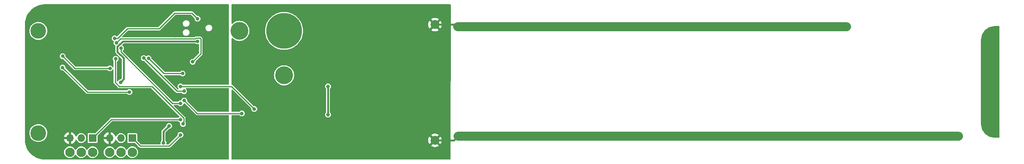
<source format=gbr>
%TF.GenerationSoftware,KiCad,Pcbnew,7.0.6*%
%TF.CreationDate,2023-10-18T20:18:50+02:00*%
%TF.ProjectId,Hydrofoil,48796472-6f66-46f6-996c-2e6b69636164,rev?*%
%TF.SameCoordinates,Original*%
%TF.FileFunction,Copper,L2,Bot*%
%TF.FilePolarity,Positive*%
%FSLAX46Y46*%
G04 Gerber Fmt 4.6, Leading zero omitted, Abs format (unit mm)*
G04 Created by KiCad (PCBNEW 7.0.6) date 2023-10-18 20:18:50*
%MOMM*%
%LPD*%
G01*
G04 APERTURE LIST*
%TA.AperFunction,NonConductor*%
%ADD10C,0.200000*%
%TD*%
%TA.AperFunction,ComponentPad*%
%ADD11R,1.700000X1.700000*%
%TD*%
%TA.AperFunction,ComponentPad*%
%ADD12O,1.700000X1.700000*%
%TD*%
%TA.AperFunction,SMDPad,CuDef*%
%ADD13C,2.000000*%
%TD*%
%TA.AperFunction,ViaPad*%
%ADD14C,0.800000*%
%TD*%
%TA.AperFunction,ViaPad*%
%ADD15C,2.100000*%
%TD*%
%TA.AperFunction,ViaPad*%
%ADD16C,4.000000*%
%TD*%
%TA.AperFunction,ViaPad*%
%ADD17C,3.500000*%
%TD*%
%TA.AperFunction,ViaPad*%
%ADD18C,8.000000*%
%TD*%
%TA.AperFunction,Conductor*%
%ADD19C,0.250000*%
%TD*%
%TA.AperFunction,Conductor*%
%ADD20C,0.400000*%
%TD*%
%TA.AperFunction,Conductor*%
%ADD21C,2.000000*%
%TD*%
G04 APERTURE END LIST*
D10*
X256899360Y-101667007D02*
X255899360Y-101667007D01*
G75*
G02*
X252899360Y-98667007I40J3000007D01*
G01*
X252899360Y-79667007D01*
G75*
G02*
X255899360Y-76667007I3000040J7D01*
G01*
X256899360Y-76667007D01*
X256899360Y-101667007D01*
%TA.AperFunction,NonConductor*%
G36*
X256899360Y-101667007D02*
G01*
X255899360Y-101667007D01*
G75*
G02*
X252899360Y-98667007I40J3000007D01*
G01*
X252899360Y-79667007D01*
G75*
G02*
X255899360Y-76667007I3000040J7D01*
G01*
X256899360Y-76667007D01*
X256899360Y-101667007D01*
G37*
%TD.AperFunction*%
D11*
%TO.P,J2,1,Pin_1*%
%TO.N,PWM-Out-HV*%
X62865000Y-101799127D03*
D12*
%TO.P,J2,2,Pin_2*%
%TO.N,/+5V-Raw*%
X60325000Y-101799127D03*
%TO.P,J2,3,Pin_3*%
%TO.N,GND*%
X57785000Y-101799127D03*
%TD*%
D11*
%TO.P,J1,1,Pin_1*%
%TO.N,PWM-In-HV*%
X53975000Y-101799127D03*
D12*
%TO.P,J1,2,Pin_2*%
%TO.N,/+5V-Raw*%
X51435000Y-101799127D03*
%TO.P,J1,3,Pin_3*%
%TO.N,GND*%
X48895000Y-101799127D03*
%TD*%
D13*
%TO.P,CP4,1,1*%
%TO.N,GNDA*%
X130617262Y-76260138D03*
%TD*%
%TO.P,CP2,1,1*%
%TO.N,GNDA*%
X130617262Y-102295138D03*
%TD*%
D14*
%TO.N,*%
X255318605Y-98686961D03*
D15*
X53975000Y-104974127D03*
D14*
X254048605Y-98051961D03*
X255318605Y-85986961D03*
X255318605Y-88526961D03*
X255318605Y-79636961D03*
X254048605Y-92971961D03*
X255318605Y-93606961D03*
X255318605Y-94876961D03*
X255318605Y-87256961D03*
D15*
X57785000Y-104974127D03*
D14*
X254048605Y-81541961D03*
D15*
X60325000Y-104974127D03*
D14*
X255318605Y-78366961D03*
X255318605Y-80906961D03*
D15*
X51435000Y-104974127D03*
D14*
X254048605Y-90431961D03*
X254048605Y-82811961D03*
X254048605Y-96781961D03*
D16*
X86846262Y-77673571D03*
X96847318Y-87670445D03*
D14*
X255318605Y-82176961D03*
X254048605Y-87891961D03*
X254048605Y-84081961D03*
X255318605Y-84716961D03*
X254048605Y-85351961D03*
X254048605Y-94241961D03*
X255318605Y-92336961D03*
X255318605Y-97416961D03*
D15*
X48895000Y-104974127D03*
D14*
X255318605Y-89796961D03*
D17*
X41849366Y-77680890D03*
D14*
X255318605Y-91066961D03*
X254048605Y-89161961D03*
D18*
X96841761Y-77674377D03*
D14*
X254048605Y-95511961D03*
D17*
X41847349Y-100675701D03*
D14*
X254048605Y-79001961D03*
D15*
X62865000Y-104974127D03*
D14*
X255318605Y-99956961D03*
X254048605Y-86621961D03*
X255318605Y-96146961D03*
X254048605Y-99321961D03*
X254048605Y-91701961D03*
X254048605Y-80271961D03*
X255318605Y-83446961D03*
%TO.N,+5V*%
X69850000Y-102870000D03*
X71120000Y-99060000D03*
%TO.N,GND*%
X46863358Y-97120525D03*
X82550000Y-86360000D03*
X72390000Y-78740000D03*
X54610000Y-82550000D03*
%TO.N,GNDA*%
X86360000Y-90170000D03*
X95250000Y-96520000D03*
X110490000Y-91440000D03*
X91440000Y-85090000D03*
X87630000Y-101600000D03*
%TO.N,+5VA*%
X106680000Y-96520000D03*
X106680000Y-90170000D03*
%TO.N,+5V-Prog*%
X60235500Y-89263172D03*
X77470000Y-80010000D03*
%TO.N,Ready-LV*%
X76387005Y-84636205D03*
X59322559Y-80355529D03*
%TO.N,SDA-LV*%
X66504705Y-83837784D03*
X74128432Y-87250004D03*
%TO.N,SDA-HV*%
X90170000Y-95250000D03*
X73660000Y-90170000D03*
%TO.N,SCL-LV*%
X65446521Y-83803528D03*
X74460662Y-91244751D03*
%TO.N,SCL-HV*%
X87399608Y-96259893D03*
X74516109Y-93363866D03*
%TO.N,PWM-In-LV*%
X60348314Y-81591809D03*
X73660000Y-93980000D03*
%TO.N,PWM-In-HV*%
X73687551Y-97623755D03*
%TO.N,PWM-Out-LV*%
X74215998Y-98618861D03*
X59160094Y-83965431D03*
%TO.N,PWM-Out-HV*%
X73660000Y-101084627D03*
%TO.N,Net-(JP1-A)*%
X47290474Y-83366453D03*
X57864858Y-86111042D03*
%TO.N,Net-(JP2-A)*%
X47273626Y-85931424D03*
X62230000Y-91440000D03*
%TO.N,ESP-En*%
X77470000Y-74930000D03*
X58924347Y-79353705D03*
%TD*%
D19*
%TO.N,SDA-LV*%
X69934709Y-87250004D02*
X74128432Y-87250004D01*
X66504705Y-83837784D02*
X66522489Y-83837784D01*
X66522489Y-83837784D02*
X69934709Y-87250004D01*
D20*
%TO.N,+5V*%
X69850000Y-102870000D02*
X69850000Y-100330000D01*
X69850000Y-100330000D02*
X71120000Y-99060000D01*
%TO.N,GNDA*%
X130617262Y-102295138D02*
X134853368Y-102295138D01*
X135248189Y-76260138D02*
X135734341Y-76746290D01*
X134853368Y-102295138D02*
X135763682Y-101384824D01*
D21*
X135763682Y-101384824D02*
X247783711Y-101384824D01*
D20*
X130617262Y-76260138D02*
X135248189Y-76260138D01*
D21*
X135734341Y-76746290D02*
X222721049Y-76746290D01*
D20*
%TO.N,+5VA*%
X106680000Y-90170000D02*
X106680000Y-96520000D01*
%TO.N,+5V-Prog*%
X60235500Y-89263172D02*
X60960000Y-88538672D01*
X60798752Y-80010000D02*
X77470000Y-80010000D01*
X59548314Y-81260438D02*
X60798752Y-80010000D01*
X59548314Y-82390178D02*
X59548314Y-81260438D01*
X60960000Y-88538672D02*
X60960000Y-83801864D01*
X60960000Y-83801864D02*
X59548314Y-82390178D01*
D19*
%TO.N,Ready-LV*%
X78195000Y-82828210D02*
X76387005Y-84636205D01*
X77169695Y-79285000D02*
X78015000Y-79285000D01*
X59322559Y-80355529D02*
X60193088Y-79485000D01*
X78195000Y-79465000D02*
X78195000Y-82828210D01*
X76969695Y-79485000D02*
X77169695Y-79285000D01*
X60193088Y-79485000D02*
X76969695Y-79485000D01*
X78015000Y-79285000D02*
X78195000Y-79465000D01*
%TO.N,SDA-HV*%
X85090000Y-90170000D02*
X90170000Y-95250000D01*
X73660000Y-90170000D02*
X85090000Y-90170000D01*
%TO.N,SCL-LV*%
X72887744Y-91244751D02*
X74460662Y-91244751D01*
X65446521Y-83803528D02*
X72887744Y-91244751D01*
%TO.N,SCL-HV*%
X74516109Y-93363866D02*
X77412136Y-96259893D01*
X77412136Y-96259893D02*
X87399608Y-96259893D01*
%TO.N,PWM-In-LV*%
X60348314Y-82447716D02*
X71880598Y-93980000D01*
X71880598Y-93980000D02*
X73660000Y-93980000D01*
X60348314Y-81591809D02*
X60348314Y-82447716D01*
%TO.N,PWM-In-HV*%
X58150372Y-97623755D02*
X53975000Y-101799127D01*
X73687551Y-97623755D02*
X58150372Y-97623755D01*
%TO.N,PWM-Out-LV*%
X59052915Y-84072610D02*
X59052915Y-89288220D01*
X59934695Y-90170000D02*
X67259101Y-90170000D01*
X74412551Y-97323450D02*
X74412551Y-98422308D01*
X59052915Y-89288220D02*
X59934695Y-90170000D01*
X59160094Y-83965431D02*
X59052915Y-84072610D01*
X67259101Y-90170000D02*
X74412551Y-97323450D01*
X74412551Y-98422308D02*
X74215998Y-98618861D01*
%TO.N,PWM-Out-HV*%
X71149627Y-103595000D02*
X64660873Y-103595000D01*
X64660873Y-103595000D02*
X62865000Y-101799127D01*
X73660000Y-101084627D02*
X71149627Y-103595000D01*
%TO.N,Net-(JP1-A)*%
X50035063Y-86111042D02*
X47290474Y-83366453D01*
X57864858Y-86111042D02*
X50035063Y-86111042D01*
%TO.N,Net-(JP2-A)*%
X62230000Y-91440000D02*
X52782202Y-91440000D01*
X52782202Y-91440000D02*
X47273626Y-85931424D01*
%TO.N,ESP-En*%
X58924347Y-79353705D02*
X59592198Y-79353705D01*
X76200000Y-73660000D02*
X77470000Y-74930000D01*
X68870173Y-77179827D02*
X72390000Y-73660000D01*
X61766076Y-77179827D02*
X68870173Y-77179827D01*
X59592198Y-79353705D02*
X61766076Y-77179827D01*
X72390000Y-73660000D02*
X76200000Y-73660000D01*
%TD*%
%TA.AperFunction,Conductor*%
%TO.N,GNDA*%
G36*
X134089772Y-71700185D02*
G01*
X134135527Y-71752989D01*
X134146733Y-71804544D01*
X134134459Y-106497421D01*
X134114751Y-106564453D01*
X134061931Y-106610190D01*
X134010472Y-106621377D01*
X85214013Y-106626434D01*
X85146971Y-106606756D01*
X85101211Y-106553957D01*
X85090000Y-106502434D01*
X85090000Y-103518747D01*
X129747204Y-103518747D01*
X129794030Y-103555193D01*
X129794032Y-103555194D01*
X130012647Y-103673502D01*
X130012658Y-103673507D01*
X130247768Y-103754221D01*
X130492969Y-103795138D01*
X130741555Y-103795138D01*
X130986755Y-103754221D01*
X131221865Y-103673507D01*
X131221876Y-103673502D01*
X131440490Y-103555195D01*
X131440493Y-103555193D01*
X131487318Y-103518747D01*
X130617262Y-102648691D01*
X129747204Y-103518747D01*
X85090000Y-103518747D01*
X85090000Y-102295143D01*
X129112121Y-102295143D01*
X129132647Y-102542867D01*
X129132649Y-102542876D01*
X129193674Y-102783855D01*
X129293528Y-103011502D01*
X129393826Y-103165020D01*
X130263708Y-102295139D01*
X130970814Y-102295139D01*
X131840696Y-103165020D01*
X131940993Y-103011507D01*
X132040849Y-102783855D01*
X132101874Y-102542876D01*
X132101876Y-102542867D01*
X132122402Y-102295143D01*
X132122402Y-102295132D01*
X132101876Y-102047408D01*
X132101874Y-102047399D01*
X132040849Y-101806420D01*
X131940993Y-101578768D01*
X131840696Y-101425254D01*
X130970814Y-102295137D01*
X130970814Y-102295139D01*
X130263708Y-102295139D01*
X130263709Y-102295138D01*
X130263709Y-102295137D01*
X129393826Y-101425254D01*
X129293529Y-101578770D01*
X129193674Y-101806420D01*
X129132649Y-102047399D01*
X129132647Y-102047408D01*
X129112121Y-102295132D01*
X129112121Y-102295143D01*
X85090000Y-102295143D01*
X85090000Y-101071528D01*
X129747204Y-101071528D01*
X130617262Y-101941585D01*
X130617263Y-101941585D01*
X131487319Y-101071528D01*
X131487318Y-101071527D01*
X131440491Y-101035081D01*
X131221876Y-100916773D01*
X131221865Y-100916768D01*
X130986755Y-100836054D01*
X130741555Y-100795138D01*
X130492969Y-100795138D01*
X130247768Y-100836054D01*
X130012658Y-100916768D01*
X130012652Y-100916770D01*
X129794023Y-101035087D01*
X129747204Y-101071526D01*
X129747204Y-101071528D01*
X85090000Y-101071528D01*
X85090000Y-96759393D01*
X85109685Y-96692354D01*
X85162489Y-96646599D01*
X85214000Y-96635393D01*
X86803300Y-96635393D01*
X86870339Y-96655078D01*
X86905350Y-96688954D01*
X86907697Y-96692354D01*
X86909123Y-96694421D01*
X86909125Y-96694423D01*
X87027368Y-96799176D01*
X87027370Y-96799177D01*
X87167242Y-96872589D01*
X87320622Y-96910393D01*
X87320623Y-96910393D01*
X87478593Y-96910393D01*
X87631973Y-96872589D01*
X87631972Y-96872589D01*
X87771848Y-96799176D01*
X87890091Y-96694423D01*
X87979828Y-96564416D01*
X87996673Y-96520000D01*
X106024722Y-96520000D01*
X106043762Y-96676818D01*
X106099780Y-96824522D01*
X106099780Y-96824523D01*
X106189517Y-96954530D01*
X106307760Y-97059283D01*
X106307762Y-97059284D01*
X106447634Y-97132696D01*
X106601014Y-97170500D01*
X106601015Y-97170500D01*
X106758985Y-97170500D01*
X106912365Y-97132696D01*
X106912364Y-97132695D01*
X107052240Y-97059283D01*
X107170483Y-96954530D01*
X107260220Y-96824523D01*
X107316237Y-96676818D01*
X107335278Y-96520000D01*
X107322264Y-96412815D01*
X107316237Y-96363181D01*
X107288987Y-96291330D01*
X107260220Y-96215477D01*
X107170483Y-96085470D01*
X107170479Y-96085466D01*
X107165509Y-96079856D01*
X107166953Y-96078576D01*
X107135145Y-96027860D01*
X107130500Y-95994240D01*
X107130500Y-90695759D01*
X107150185Y-90628720D01*
X107165846Y-90610444D01*
X107165509Y-90610145D01*
X107170481Y-90604532D01*
X107170481Y-90604531D01*
X107170483Y-90604530D01*
X107260220Y-90474523D01*
X107316237Y-90326818D01*
X107335278Y-90170000D01*
X107316237Y-90013182D01*
X107260220Y-89865477D01*
X107170483Y-89735470D01*
X107052240Y-89630717D01*
X107052238Y-89630716D01*
X107052237Y-89630715D01*
X106912365Y-89557303D01*
X106758986Y-89519500D01*
X106758985Y-89519500D01*
X106601015Y-89519500D01*
X106601014Y-89519500D01*
X106447634Y-89557303D01*
X106307762Y-89630715D01*
X106189516Y-89735471D01*
X106099781Y-89865475D01*
X106099780Y-89865476D01*
X106043762Y-90013181D01*
X106024722Y-90169999D01*
X106024722Y-90170000D01*
X106043762Y-90326818D01*
X106099780Y-90474523D01*
X106099781Y-90474524D01*
X106189518Y-90604532D01*
X106194491Y-90610145D01*
X106193044Y-90611426D01*
X106224850Y-90662120D01*
X106229500Y-90695759D01*
X106229500Y-95994240D01*
X106209815Y-96061279D01*
X106194153Y-96079556D01*
X106194491Y-96079856D01*
X106189515Y-96085472D01*
X106099781Y-96215475D01*
X106099780Y-96215476D01*
X106043762Y-96363181D01*
X106024722Y-96519999D01*
X106024722Y-96520000D01*
X87996673Y-96520000D01*
X88035845Y-96416711D01*
X88054886Y-96259893D01*
X88035845Y-96103075D01*
X88029168Y-96085470D01*
X87981384Y-95959474D01*
X87979828Y-95955370D01*
X87890091Y-95825363D01*
X87771848Y-95720610D01*
X87771846Y-95720609D01*
X87771845Y-95720608D01*
X87631973Y-95647196D01*
X87478594Y-95609393D01*
X87478593Y-95609393D01*
X87320623Y-95609393D01*
X87320622Y-95609393D01*
X87167242Y-95647196D01*
X87027370Y-95720608D01*
X86909124Y-95825363D01*
X86906697Y-95828880D01*
X86905350Y-95830831D01*
X86851071Y-95874822D01*
X86803300Y-95884393D01*
X85214000Y-95884393D01*
X85146961Y-95864708D01*
X85101206Y-95811904D01*
X85090000Y-95760393D01*
X85090000Y-91000399D01*
X85109685Y-90933360D01*
X85162489Y-90887605D01*
X85231647Y-90877661D01*
X85295203Y-90906686D01*
X85301681Y-90912718D01*
X89485481Y-95096518D01*
X89518966Y-95157841D01*
X89520896Y-95199143D01*
X89514722Y-95249997D01*
X89514722Y-95250000D01*
X89533762Y-95406818D01*
X89589780Y-95554522D01*
X89589780Y-95554523D01*
X89679517Y-95684530D01*
X89797760Y-95789283D01*
X89797762Y-95789284D01*
X89937634Y-95862696D01*
X90091014Y-95900500D01*
X90091015Y-95900500D01*
X90248985Y-95900500D01*
X90402365Y-95862696D01*
X90402364Y-95862695D01*
X90542240Y-95789283D01*
X90660483Y-95684530D01*
X90750220Y-95554523D01*
X90806237Y-95406818D01*
X90825278Y-95250000D01*
X90806237Y-95093182D01*
X90750220Y-94945477D01*
X90660483Y-94815470D01*
X90542240Y-94710717D01*
X90542238Y-94710716D01*
X90542237Y-94710715D01*
X90402365Y-94637303D01*
X90248986Y-94599500D01*
X90248985Y-94599500D01*
X90101900Y-94599500D01*
X90034861Y-94579815D01*
X90014219Y-94563181D01*
X85392149Y-89941111D01*
X85376022Y-89921252D01*
X85370086Y-89912167D01*
X85370083Y-89912163D01*
X85342074Y-89890363D01*
X85336310Y-89885272D01*
X85333515Y-89882477D01*
X85314505Y-89868906D01*
X85271189Y-89835190D01*
X85264274Y-89831448D01*
X85257200Y-89827990D01*
X85204594Y-89812328D01*
X85173735Y-89801734D01*
X85116720Y-89761347D01*
X85090591Y-89696547D01*
X85090000Y-89684453D01*
X85090000Y-87670452D01*
X94591989Y-87670452D01*
X94611282Y-87964808D01*
X94611283Y-87964818D01*
X94611284Y-87964825D01*
X94611286Y-87964835D01*
X94668836Y-88254161D01*
X94668839Y-88254175D01*
X94763667Y-88533525D01*
X94894143Y-88798105D01*
X94894147Y-88798112D01*
X95058043Y-89043400D01*
X95252559Y-89265203D01*
X95474362Y-89459719D01*
X95719650Y-89623615D01*
X95719653Y-89623617D01*
X95984241Y-89754097D01*
X96263596Y-89848926D01*
X96552938Y-89906479D01*
X96581206Y-89908331D01*
X96847311Y-89925774D01*
X96847318Y-89925774D01*
X96847325Y-89925774D01*
X97082993Y-89910326D01*
X97141698Y-89906479D01*
X97431040Y-89848926D01*
X97710395Y-89754097D01*
X97974983Y-89623617D01*
X98220275Y-89459718D01*
X98442076Y-89265203D01*
X98636591Y-89043402D01*
X98800490Y-88798110D01*
X98930970Y-88533522D01*
X99025799Y-88254167D01*
X99083352Y-87964825D01*
X99102647Y-87670445D01*
X99102647Y-87670437D01*
X99083353Y-87376081D01*
X99083352Y-87376065D01*
X99025799Y-87086723D01*
X98930970Y-86807368D01*
X98800490Y-86542781D01*
X98636591Y-86297488D01*
X98593973Y-86248892D01*
X98442076Y-86075686D01*
X98220273Y-85881170D01*
X97974985Y-85717274D01*
X97974978Y-85717270D01*
X97710398Y-85586794D01*
X97431048Y-85491966D01*
X97431042Y-85491964D01*
X97431040Y-85491964D01*
X97141698Y-85434411D01*
X97141691Y-85434410D01*
X97141681Y-85434409D01*
X96847325Y-85415116D01*
X96847311Y-85415116D01*
X96552954Y-85434409D01*
X96552942Y-85434410D01*
X96552938Y-85434411D01*
X96552930Y-85434412D01*
X96552927Y-85434413D01*
X96263601Y-85491963D01*
X96263587Y-85491966D01*
X95984237Y-85586794D01*
X95719652Y-85717273D01*
X95474359Y-85881173D01*
X95252559Y-86075686D01*
X95058046Y-86297486D01*
X94894146Y-86542779D01*
X94763667Y-86807364D01*
X94668839Y-87086714D01*
X94668836Y-87086728D01*
X94611286Y-87376054D01*
X94611282Y-87376081D01*
X94591989Y-87670437D01*
X94591989Y-87670452D01*
X85090000Y-87670452D01*
X85090000Y-79400368D01*
X85109685Y-79333329D01*
X85162489Y-79287574D01*
X85231647Y-79277630D01*
X85295203Y-79306655D01*
X85295759Y-79307140D01*
X85473305Y-79462844D01*
X85718597Y-79626743D01*
X85983185Y-79757223D01*
X86262540Y-79852052D01*
X86551882Y-79909605D01*
X86580150Y-79911457D01*
X86846255Y-79928900D01*
X86846262Y-79928900D01*
X86846269Y-79928900D01*
X87081937Y-79913452D01*
X87140642Y-79909605D01*
X87429984Y-79852052D01*
X87709339Y-79757223D01*
X87973927Y-79626743D01*
X88219219Y-79462844D01*
X88441020Y-79268329D01*
X88635535Y-79046528D01*
X88799434Y-78801236D01*
X88929914Y-78536648D01*
X89024743Y-78257293D01*
X89082296Y-77967951D01*
X89098599Y-77719221D01*
X89101539Y-77674377D01*
X92586441Y-77674377D01*
X92605709Y-78078875D01*
X92663340Y-78479703D01*
X92758811Y-78873240D01*
X92758814Y-78873251D01*
X92891253Y-79255910D01*
X92891255Y-79255914D01*
X93059478Y-79624269D01*
X93059486Y-79624285D01*
X93261961Y-79974983D01*
X93261967Y-79974991D01*
X93496844Y-80304829D01*
X93496853Y-80304839D01*
X93496854Y-80304841D01*
X93762041Y-80610884D01*
X94055119Y-80890333D01*
X94373433Y-81140658D01*
X94714101Y-81359592D01*
X95074037Y-81545152D01*
X95449982Y-81695658D01*
X95838531Y-81809746D01*
X96236166Y-81886384D01*
X96639285Y-81924877D01*
X96639291Y-81924877D01*
X97044231Y-81924877D01*
X97044237Y-81924877D01*
X97447356Y-81886384D01*
X97844991Y-81809746D01*
X98233540Y-81695658D01*
X98609485Y-81545152D01*
X98969421Y-81359592D01*
X99310089Y-81140658D01*
X99628403Y-80890333D01*
X99921481Y-80610884D01*
X100186668Y-80304841D01*
X100421564Y-79974977D01*
X100624040Y-79624277D01*
X100792264Y-79255920D01*
X100792266Y-79255913D01*
X100792268Y-79255910D01*
X100924707Y-78873251D01*
X100924707Y-78873248D01*
X100924711Y-78873239D01*
X101020182Y-78479702D01*
X101077813Y-78078871D01*
X101097081Y-77674377D01*
X101088000Y-77483747D01*
X129747204Y-77483747D01*
X129794030Y-77520193D01*
X129794032Y-77520194D01*
X130012647Y-77638502D01*
X130012658Y-77638507D01*
X130247768Y-77719221D01*
X130492969Y-77760138D01*
X130741555Y-77760138D01*
X130986755Y-77719221D01*
X131221865Y-77638507D01*
X131221876Y-77638502D01*
X131440490Y-77520195D01*
X131440493Y-77520193D01*
X131487318Y-77483747D01*
X130617262Y-76613691D01*
X129747204Y-77483747D01*
X101088000Y-77483747D01*
X101077813Y-77269883D01*
X101020182Y-76869052D01*
X100924711Y-76475515D01*
X100924707Y-76475502D01*
X100850171Y-76260143D01*
X129112121Y-76260143D01*
X129132647Y-76507867D01*
X129132649Y-76507876D01*
X129193674Y-76748855D01*
X129293528Y-76976502D01*
X129393826Y-77130020D01*
X130263706Y-76260138D01*
X130970814Y-76260138D01*
X131840696Y-77130020D01*
X131940993Y-76976507D01*
X132040849Y-76748855D01*
X132101874Y-76507876D01*
X132101876Y-76507867D01*
X132122402Y-76260143D01*
X132122402Y-76260132D01*
X132101876Y-76012408D01*
X132101874Y-76012399D01*
X132040849Y-75771420D01*
X131940993Y-75543768D01*
X131840696Y-75390254D01*
X130970814Y-76260137D01*
X130970814Y-76260138D01*
X130263706Y-76260138D01*
X130263707Y-76260137D01*
X130263707Y-76260136D01*
X129393826Y-75390254D01*
X129293529Y-75543770D01*
X129193674Y-75771420D01*
X129132649Y-76012399D01*
X129132647Y-76012408D01*
X129112121Y-76260132D01*
X129112121Y-76260143D01*
X100850171Y-76260143D01*
X100792268Y-76092843D01*
X100792266Y-76092839D01*
X100777210Y-76059872D01*
X100624040Y-75724477D01*
X100421564Y-75373777D01*
X100421560Y-75373770D01*
X100421554Y-75373762D01*
X100186677Y-75043924D01*
X100186666Y-75043911D01*
X100180269Y-75036528D01*
X129747204Y-75036528D01*
X130617261Y-75906584D01*
X131487318Y-75036527D01*
X131440491Y-75000081D01*
X131221876Y-74881773D01*
X131221865Y-74881768D01*
X130986755Y-74801054D01*
X130741555Y-74760138D01*
X130492969Y-74760138D01*
X130247768Y-74801054D01*
X130012658Y-74881768D01*
X130012652Y-74881770D01*
X129794023Y-75000087D01*
X129747204Y-75036526D01*
X129747204Y-75036528D01*
X100180269Y-75036528D01*
X100180267Y-75036526D01*
X99921481Y-74737870D01*
X99628403Y-74458421D01*
X99310089Y-74208096D01*
X98969421Y-73989162D01*
X98609485Y-73803602D01*
X98609484Y-73803601D01*
X98609481Y-73803600D01*
X98609477Y-73803598D01*
X98233541Y-73653096D01*
X98233529Y-73653092D01*
X97844996Y-73539009D01*
X97844979Y-73539005D01*
X97447371Y-73462372D01*
X97447359Y-73462370D01*
X97312983Y-73449538D01*
X97044237Y-73423877D01*
X96639285Y-73423877D01*
X96397413Y-73446972D01*
X96236162Y-73462370D01*
X96236150Y-73462372D01*
X95838542Y-73539005D01*
X95838525Y-73539009D01*
X95449992Y-73653092D01*
X95449980Y-73653096D01*
X95074044Y-73803598D01*
X95074040Y-73803600D01*
X94714104Y-73989160D01*
X94373444Y-74208088D01*
X94373437Y-74208093D01*
X94373433Y-74208096D01*
X94133805Y-74396541D01*
X94055120Y-74458420D01*
X94055118Y-74458421D01*
X93762044Y-74737867D01*
X93762042Y-74737869D01*
X93496855Y-75043911D01*
X93496844Y-75043924D01*
X93261967Y-75373762D01*
X93261961Y-75373770D01*
X93059486Y-75724468D01*
X93059478Y-75724484D01*
X92891255Y-76092839D01*
X92891253Y-76092843D01*
X92758814Y-76475502D01*
X92758811Y-76475513D01*
X92663340Y-76869050D01*
X92605709Y-77269878D01*
X92586441Y-77674377D01*
X89101539Y-77674377D01*
X89101591Y-77673578D01*
X89101591Y-77673563D01*
X89082297Y-77379207D01*
X89082296Y-77379191D01*
X89024743Y-77089849D01*
X88929914Y-76810494D01*
X88799434Y-76545907D01*
X88635535Y-76300614D01*
X88592917Y-76252018D01*
X88441020Y-76078812D01*
X88219217Y-75884296D01*
X87973929Y-75720400D01*
X87973922Y-75720396D01*
X87709342Y-75589920D01*
X87429992Y-75495092D01*
X87429986Y-75495090D01*
X87429984Y-75495090D01*
X87140642Y-75437537D01*
X87140635Y-75437536D01*
X87140625Y-75437535D01*
X86846269Y-75418242D01*
X86846255Y-75418242D01*
X86551898Y-75437535D01*
X86551886Y-75437536D01*
X86551882Y-75437537D01*
X86551874Y-75437538D01*
X86551871Y-75437539D01*
X86262545Y-75495089D01*
X86262531Y-75495092D01*
X85983181Y-75589920D01*
X85718596Y-75720399D01*
X85473303Y-75884299D01*
X85295759Y-76040001D01*
X85232377Y-76069404D01*
X85163161Y-76059872D01*
X85110085Y-76014432D01*
X85090002Y-75947511D01*
X85090000Y-75946773D01*
X85090000Y-71804500D01*
X85109685Y-71737461D01*
X85162489Y-71691706D01*
X85214000Y-71680500D01*
X134022733Y-71680500D01*
X134089772Y-71700185D01*
G37*
%TD.AperFunction*%
%TD*%
%TA.AperFunction,Conductor*%
%TO.N,GND*%
G36*
X84468826Y-71700185D02*
G01*
X84514581Y-71752989D01*
X84525787Y-71804500D01*
X84525787Y-89670500D01*
X84506102Y-89737539D01*
X84453298Y-89783294D01*
X84401787Y-89794500D01*
X74256308Y-89794500D01*
X74189269Y-89774815D01*
X74154257Y-89740938D01*
X74150483Y-89735470D01*
X74032240Y-89630717D01*
X74032238Y-89630716D01*
X74032237Y-89630715D01*
X73892365Y-89557303D01*
X73738986Y-89519500D01*
X73738985Y-89519500D01*
X73581015Y-89519500D01*
X73581014Y-89519500D01*
X73427634Y-89557303D01*
X73287762Y-89630715D01*
X73169516Y-89735471D01*
X73079781Y-89865475D01*
X73079780Y-89865476D01*
X73023762Y-90013181D01*
X73004722Y-90169999D01*
X73004722Y-90170000D01*
X73023762Y-90326818D01*
X73079780Y-90474523D01*
X73079781Y-90474524D01*
X73169517Y-90604531D01*
X73223591Y-90652435D01*
X73260718Y-90711624D01*
X73259951Y-90781490D01*
X73221534Y-90839850D01*
X73157664Y-90868175D01*
X73141365Y-90869251D01*
X73094644Y-90869251D01*
X73027605Y-90849566D01*
X73006963Y-90832932D01*
X70011216Y-87837185D01*
X69977731Y-87775862D01*
X69982715Y-87706170D01*
X70024587Y-87650237D01*
X70090051Y-87625820D01*
X70098897Y-87625504D01*
X73532124Y-87625504D01*
X73599163Y-87645189D01*
X73634174Y-87679065D01*
X73636595Y-87682573D01*
X73637947Y-87684532D01*
X73637949Y-87684534D01*
X73756192Y-87789287D01*
X73756194Y-87789288D01*
X73896066Y-87862700D01*
X74049446Y-87900504D01*
X74049447Y-87900504D01*
X74207417Y-87900504D01*
X74360797Y-87862700D01*
X74409411Y-87837185D01*
X74500672Y-87789287D01*
X74618915Y-87684534D01*
X74708652Y-87554527D01*
X74764669Y-87406822D01*
X74783710Y-87250004D01*
X74764669Y-87093186D01*
X74708652Y-86945481D01*
X74618915Y-86815474D01*
X74500672Y-86710721D01*
X74500670Y-86710720D01*
X74500669Y-86710719D01*
X74360797Y-86637307D01*
X74207418Y-86599504D01*
X74207417Y-86599504D01*
X74049447Y-86599504D01*
X74049446Y-86599504D01*
X73896066Y-86637307D01*
X73756194Y-86710719D01*
X73637948Y-86815474D01*
X73635521Y-86818991D01*
X73634174Y-86820942D01*
X73579895Y-86864933D01*
X73532124Y-86874504D01*
X70141608Y-86874504D01*
X70074569Y-86854819D01*
X70053927Y-86838185D01*
X67191148Y-83975405D01*
X67157663Y-83914082D01*
X67155733Y-83872781D01*
X67159983Y-83837784D01*
X67140942Y-83680966D01*
X67084925Y-83533261D01*
X66995188Y-83403254D01*
X66876945Y-83298501D01*
X66876943Y-83298500D01*
X66876942Y-83298499D01*
X66737070Y-83225087D01*
X66583691Y-83187284D01*
X66583690Y-83187284D01*
X66425720Y-83187284D01*
X66425719Y-83187284D01*
X66272339Y-83225087D01*
X66132466Y-83298499D01*
X66132464Y-83298500D01*
X66077171Y-83347485D01*
X66013938Y-83377205D01*
X65944675Y-83368020D01*
X65912719Y-83347484D01*
X65857426Y-83298499D01*
X65818761Y-83264245D01*
X65818759Y-83264244D01*
X65818758Y-83264243D01*
X65678886Y-83190831D01*
X65525507Y-83153028D01*
X65525506Y-83153028D01*
X65367536Y-83153028D01*
X65367535Y-83153028D01*
X65214155Y-83190831D01*
X65074283Y-83264243D01*
X65017068Y-83314931D01*
X64974397Y-83352734D01*
X64956037Y-83368999D01*
X64866302Y-83499003D01*
X64866301Y-83499004D01*
X64810283Y-83646709D01*
X64791243Y-83803527D01*
X64791243Y-83803528D01*
X64810283Y-83960346D01*
X64845526Y-84053272D01*
X64866301Y-84108051D01*
X64956038Y-84238058D01*
X65074281Y-84342811D01*
X65074283Y-84342812D01*
X65214155Y-84416224D01*
X65367535Y-84454028D01*
X65514622Y-84454028D01*
X65581661Y-84473713D01*
X65602303Y-84490347D01*
X72585593Y-91473637D01*
X72601721Y-91493496D01*
X72607660Y-91502587D01*
X72635676Y-91524392D01*
X72641437Y-91529481D01*
X72644226Y-91532270D01*
X72663227Y-91545836D01*
X72706554Y-91579560D01*
X72706555Y-91579560D01*
X72713466Y-91583300D01*
X72720544Y-91586761D01*
X72773148Y-91602422D01*
X72773149Y-91602422D01*
X72825084Y-91620251D01*
X72825086Y-91620251D01*
X72832823Y-91621542D01*
X72840653Y-91622518D01*
X72840655Y-91622519D01*
X72840656Y-91622518D01*
X72840657Y-91622519D01*
X72895499Y-91620251D01*
X73864354Y-91620251D01*
X73931393Y-91639936D01*
X73966404Y-91673812D01*
X73968825Y-91677320D01*
X73970177Y-91679279D01*
X73970179Y-91679281D01*
X74088422Y-91784034D01*
X74088424Y-91784035D01*
X74228296Y-91857447D01*
X74381676Y-91895251D01*
X74381677Y-91895251D01*
X74539647Y-91895251D01*
X74693027Y-91857447D01*
X74735443Y-91835185D01*
X74832902Y-91784034D01*
X74951145Y-91679281D01*
X75040882Y-91549274D01*
X75096899Y-91401569D01*
X75115940Y-91244751D01*
X75096899Y-91087933D01*
X75040882Y-90940228D01*
X74966821Y-90832932D01*
X74951144Y-90810219D01*
X74897071Y-90762316D01*
X74859944Y-90703127D01*
X74860711Y-90633261D01*
X74899128Y-90574901D01*
X74962998Y-90546576D01*
X74979297Y-90545500D01*
X84401787Y-90545500D01*
X84468826Y-90565185D01*
X84514581Y-90617989D01*
X84525787Y-90669500D01*
X84525787Y-95760393D01*
X84506102Y-95827432D01*
X84453298Y-95873187D01*
X84401787Y-95884393D01*
X77619035Y-95884393D01*
X77551996Y-95864708D01*
X77531354Y-95848074D01*
X75200626Y-93517346D01*
X75167141Y-93456023D01*
X75165211Y-93414723D01*
X75171387Y-93363866D01*
X75152346Y-93207048D01*
X75096329Y-93059343D01*
X75006592Y-92929336D01*
X74888349Y-92824583D01*
X74888347Y-92824582D01*
X74888346Y-92824581D01*
X74748474Y-92751169D01*
X74595095Y-92713366D01*
X74595094Y-92713366D01*
X74437124Y-92713366D01*
X74437123Y-92713366D01*
X74283743Y-92751169D01*
X74143871Y-92824581D01*
X74025625Y-92929337D01*
X73935890Y-93059341D01*
X73935889Y-93059342D01*
X73879872Y-93207044D01*
X73879870Y-93207055D01*
X73878117Y-93221489D01*
X73850492Y-93285666D01*
X73792556Y-93324719D01*
X73746485Y-93329033D01*
X73746485Y-93329500D01*
X73741504Y-93329500D01*
X73740084Y-93329633D01*
X73738988Y-93329500D01*
X73738985Y-93329500D01*
X73581015Y-93329500D01*
X73581014Y-93329500D01*
X73427634Y-93367303D01*
X73287762Y-93440715D01*
X73169516Y-93545470D01*
X73167089Y-93548987D01*
X73165742Y-93550938D01*
X73111463Y-93594929D01*
X73063692Y-93604500D01*
X72087498Y-93604500D01*
X72020459Y-93584815D01*
X71999817Y-93568181D01*
X60760133Y-82328497D01*
X60726648Y-82267174D01*
X60723814Y-82240816D01*
X60723814Y-82184011D01*
X60743499Y-82116972D01*
X60765588Y-82091195D01*
X60838796Y-82026340D01*
X60838797Y-82026339D01*
X60928534Y-81896332D01*
X60984551Y-81748627D01*
X61003592Y-81591809D01*
X60984551Y-81434991D01*
X60928534Y-81287286D01*
X60838797Y-81157279D01*
X60720554Y-81052526D01*
X60711085Y-81047556D01*
X60655174Y-81018211D01*
X60604962Y-80969626D01*
X60588988Y-80901607D01*
X60612324Y-80835749D01*
X60625106Y-80820748D01*
X60949039Y-80496816D01*
X61010360Y-80463334D01*
X61036718Y-80460500D01*
X76950517Y-80460500D01*
X77017556Y-80480185D01*
X77032741Y-80491682D01*
X77097760Y-80549283D01*
X77097762Y-80549284D01*
X77237634Y-80622696D01*
X77391014Y-80660500D01*
X77391015Y-80660500D01*
X77548985Y-80660500D01*
X77665825Y-80631702D01*
X77735628Y-80634771D01*
X77792690Y-80675091D01*
X77818895Y-80739861D01*
X77819500Y-80752099D01*
X77819500Y-82621309D01*
X77799815Y-82688348D01*
X77783181Y-82708990D01*
X76542785Y-83949386D01*
X76481462Y-83982871D01*
X76455104Y-83985705D01*
X76308019Y-83985705D01*
X76154639Y-84023508D01*
X76014767Y-84096920D01*
X75896521Y-84201676D01*
X75806786Y-84331680D01*
X75806785Y-84331681D01*
X75750767Y-84479386D01*
X75731727Y-84636204D01*
X75731727Y-84636205D01*
X75750767Y-84793023D01*
X75806785Y-84940728D01*
X75896522Y-85070735D01*
X76014765Y-85175488D01*
X76014767Y-85175489D01*
X76154639Y-85248901D01*
X76308019Y-85286705D01*
X76308020Y-85286705D01*
X76465990Y-85286705D01*
X76619370Y-85248901D01*
X76759245Y-85175488D01*
X76877488Y-85070735D01*
X76967225Y-84940728D01*
X77023242Y-84793023D01*
X77042283Y-84636205D01*
X77036107Y-84585349D01*
X77047566Y-84516429D01*
X77071519Y-84482726D01*
X78423889Y-83130356D01*
X78443746Y-83114232D01*
X78452836Y-83108294D01*
X78474638Y-83080281D01*
X78479733Y-83074513D01*
X78482519Y-83071728D01*
X78482528Y-83071716D01*
X78496086Y-83052726D01*
X78529807Y-83009402D01*
X78533547Y-83002490D01*
X78537003Y-82995417D01*
X78537010Y-82995409D01*
X78552670Y-82942806D01*
X78570500Y-82890870D01*
X78570500Y-82890865D01*
X78571790Y-82883134D01*
X78572768Y-82875295D01*
X78570500Y-82820454D01*
X78570500Y-79516803D01*
X78573139Y-79491358D01*
X78573785Y-79488274D01*
X78575367Y-79480731D01*
X78573287Y-79464051D01*
X78570977Y-79445508D01*
X78570500Y-79437832D01*
X78570500Y-79433889D01*
X78570499Y-79433883D01*
X78566655Y-79410846D01*
X78559865Y-79356373D01*
X78557617Y-79348827D01*
X78555065Y-79341390D01*
X78528942Y-79293119D01*
X78528942Y-79293118D01*
X78504826Y-79243788D01*
X78504823Y-79243785D01*
X78504823Y-79243784D01*
X78500267Y-79237402D01*
X78495423Y-79231178D01*
X78495419Y-79231174D01*
X78455041Y-79194003D01*
X78317149Y-79056111D01*
X78301022Y-79036252D01*
X78295086Y-79027167D01*
X78295083Y-79027163D01*
X78267074Y-79005363D01*
X78261310Y-79000272D01*
X78258515Y-78997477D01*
X78239505Y-78983906D01*
X78196189Y-78950190D01*
X78189274Y-78946448D01*
X78182200Y-78942990D01*
X78129596Y-78927329D01*
X78077658Y-78909499D01*
X78069923Y-78908208D01*
X78062085Y-78907231D01*
X78007244Y-78909500D01*
X77221498Y-78909500D01*
X77196053Y-78906861D01*
X77185427Y-78904633D01*
X77185424Y-78904633D01*
X77150202Y-78909023D01*
X77142526Y-78909500D01*
X77138581Y-78909500D01*
X77121310Y-78912381D01*
X77115553Y-78913342D01*
X77061065Y-78920134D01*
X77053552Y-78922371D01*
X77046082Y-78924936D01*
X76997817Y-78951055D01*
X76948487Y-78975171D01*
X76942074Y-78979750D01*
X76935869Y-78984579D01*
X76898688Y-79024968D01*
X76850476Y-79073180D01*
X76789153Y-79106666D01*
X76762794Y-79109500D01*
X60666802Y-79109500D01*
X60599763Y-79089815D01*
X60554008Y-79037011D01*
X60544064Y-78967853D01*
X60573089Y-78904297D01*
X60579121Y-78897819D01*
X61383153Y-78093787D01*
X74180393Y-78093787D01*
X74210668Y-78265481D01*
X74279721Y-78425565D01*
X74279722Y-78425567D01*
X74279724Y-78425570D01*
X74345600Y-78514056D01*
X74383832Y-78565410D01*
X74517386Y-78677476D01*
X74673185Y-78755721D01*
X74842829Y-78795927D01*
X74842831Y-78795927D01*
X74973429Y-78795927D01*
X74973436Y-78795927D01*
X75103164Y-78780764D01*
X75266993Y-78721135D01*
X75412654Y-78625332D01*
X75532296Y-78498520D01*
X75619467Y-78347534D01*
X75669469Y-78180515D01*
X75679607Y-78006467D01*
X75649332Y-77834773D01*
X75580279Y-77674689D01*
X75570442Y-77661476D01*
X75483500Y-77544693D01*
X75476168Y-77534844D01*
X75451054Y-77513771D01*
X75342614Y-77422778D01*
X75342612Y-77422777D01*
X75186818Y-77344534D01*
X75186816Y-77344533D01*
X75186815Y-77344533D01*
X75017171Y-77304327D01*
X74886564Y-77304327D01*
X74773051Y-77317594D01*
X74756835Y-77319490D01*
X74756832Y-77319491D01*
X74593008Y-77379118D01*
X74593004Y-77379120D01*
X74447348Y-77474919D01*
X74447347Y-77474920D01*
X74327706Y-77601730D01*
X74327703Y-77601736D01*
X74240534Y-77752717D01*
X74190531Y-77919737D01*
X74190530Y-77919743D01*
X74185479Y-78006467D01*
X74180393Y-78093787D01*
X61383153Y-78093787D01*
X61885294Y-77591646D01*
X61946617Y-77558161D01*
X61972975Y-77555327D01*
X68818369Y-77555327D01*
X68843814Y-77557966D01*
X68847613Y-77558762D01*
X68854441Y-77560194D01*
X68875398Y-77557581D01*
X68889665Y-77555804D01*
X68897341Y-77555327D01*
X68901285Y-77555327D01*
X68901287Y-77555327D01*
X68901289Y-77555326D01*
X68901295Y-77555326D01*
X68916660Y-77552761D01*
X68924313Y-77551484D01*
X68978799Y-77544693D01*
X68978800Y-77544692D01*
X68978802Y-77544692D01*
X68986314Y-77542455D01*
X68993779Y-77539893D01*
X68993779Y-77539892D01*
X68993783Y-77539892D01*
X69042050Y-77513771D01*
X69091384Y-77489653D01*
X69091386Y-77489650D01*
X69097767Y-77485095D01*
X69103992Y-77480249D01*
X69103999Y-77480246D01*
X69141181Y-77439855D01*
X69503249Y-77077787D01*
X79260393Y-77077787D01*
X79290668Y-77249481D01*
X79359721Y-77409565D01*
X79359722Y-77409567D01*
X79359724Y-77409570D01*
X79452987Y-77534843D01*
X79463832Y-77549410D01*
X79597386Y-77661476D01*
X79753185Y-77739721D01*
X79922829Y-77779927D01*
X79922831Y-77779927D01*
X80053429Y-77779927D01*
X80053436Y-77779927D01*
X80183164Y-77764764D01*
X80346993Y-77705135D01*
X80492654Y-77609332D01*
X80612296Y-77482520D01*
X80699467Y-77331534D01*
X80749469Y-77164515D01*
X80759607Y-76990467D01*
X80729332Y-76818773D01*
X80660279Y-76658689D01*
X80650442Y-76645476D01*
X80556167Y-76518843D01*
X80422614Y-76406778D01*
X80422612Y-76406777D01*
X80266818Y-76328534D01*
X80266816Y-76328533D01*
X80266815Y-76328533D01*
X80097171Y-76288327D01*
X79966564Y-76288327D01*
X79853051Y-76301594D01*
X79836835Y-76303490D01*
X79836832Y-76303491D01*
X79673008Y-76363118D01*
X79673004Y-76363120D01*
X79527348Y-76458919D01*
X79527347Y-76458920D01*
X79407706Y-76585730D01*
X79407703Y-76585736D01*
X79320534Y-76736717D01*
X79270531Y-76903737D01*
X79270530Y-76903743D01*
X79265479Y-76990467D01*
X79260393Y-77077787D01*
X69503249Y-77077787D01*
X70519249Y-76061787D01*
X74180393Y-76061787D01*
X74210668Y-76233481D01*
X74279721Y-76393565D01*
X74279722Y-76393567D01*
X74279724Y-76393570D01*
X74334032Y-76466517D01*
X74383832Y-76533410D01*
X74517386Y-76645476D01*
X74673185Y-76723721D01*
X74842829Y-76763927D01*
X74842831Y-76763927D01*
X74973429Y-76763927D01*
X74973436Y-76763927D01*
X75103164Y-76748764D01*
X75266993Y-76689135D01*
X75412654Y-76593332D01*
X75532296Y-76466520D01*
X75619467Y-76315534D01*
X75669469Y-76148515D01*
X75679607Y-75974467D01*
X75649332Y-75802773D01*
X75580279Y-75642689D01*
X75476168Y-75502844D01*
X75342614Y-75390778D01*
X75255680Y-75347118D01*
X75186818Y-75312534D01*
X75186816Y-75312533D01*
X75186815Y-75312533D01*
X75017171Y-75272327D01*
X74886564Y-75272327D01*
X74773051Y-75285594D01*
X74756835Y-75287490D01*
X74756832Y-75287491D01*
X74593008Y-75347118D01*
X74593004Y-75347120D01*
X74447348Y-75442919D01*
X74447347Y-75442920D01*
X74327706Y-75569730D01*
X74327703Y-75569736D01*
X74240534Y-75720717D01*
X74190531Y-75887737D01*
X74190530Y-75887743D01*
X74184361Y-75993660D01*
X74180393Y-76061787D01*
X70519249Y-76061787D01*
X72509217Y-74071819D01*
X72570541Y-74038334D01*
X72596899Y-74035500D01*
X75993101Y-74035500D01*
X76060140Y-74055185D01*
X76080782Y-74071819D01*
X76785481Y-74776518D01*
X76818966Y-74837841D01*
X76820896Y-74879143D01*
X76814722Y-74929997D01*
X76814722Y-74930000D01*
X76833762Y-75086818D01*
X76889780Y-75234522D01*
X76889780Y-75234523D01*
X76979517Y-75364530D01*
X77097760Y-75469283D01*
X77097762Y-75469284D01*
X77237634Y-75542696D01*
X77391014Y-75580500D01*
X77391015Y-75580500D01*
X77548985Y-75580500D01*
X77702365Y-75542696D01*
X77842240Y-75469283D01*
X77960483Y-75364530D01*
X78050220Y-75234523D01*
X78106237Y-75086818D01*
X78125278Y-74930000D01*
X78106237Y-74773182D01*
X78050220Y-74625477D01*
X77960483Y-74495470D01*
X77842240Y-74390717D01*
X77842238Y-74390716D01*
X77842237Y-74390715D01*
X77702365Y-74317303D01*
X77548986Y-74279500D01*
X77548985Y-74279500D01*
X77401900Y-74279500D01*
X77334861Y-74259815D01*
X77314219Y-74243181D01*
X76502149Y-73431111D01*
X76486022Y-73411252D01*
X76480086Y-73402167D01*
X76480083Y-73402163D01*
X76452074Y-73380363D01*
X76446310Y-73375272D01*
X76443515Y-73372477D01*
X76424505Y-73358906D01*
X76381189Y-73325190D01*
X76374274Y-73321448D01*
X76367200Y-73317990D01*
X76314596Y-73302329D01*
X76262658Y-73284499D01*
X76254923Y-73283208D01*
X76247085Y-73282231D01*
X76192244Y-73284500D01*
X72441804Y-73284500D01*
X72416359Y-73281861D01*
X72405733Y-73279633D01*
X72405730Y-73279633D01*
X72370508Y-73284023D01*
X72362832Y-73284500D01*
X72358886Y-73284500D01*
X72341615Y-73287381D01*
X72335858Y-73288342D01*
X72281370Y-73295134D01*
X72273857Y-73297371D01*
X72266387Y-73299936D01*
X72218122Y-73326055D01*
X72168792Y-73350171D01*
X72162375Y-73354753D01*
X72156175Y-73359579D01*
X72118991Y-73399971D01*
X68750954Y-76768008D01*
X68689631Y-76801493D01*
X68663273Y-76804327D01*
X61817879Y-76804327D01*
X61792434Y-76801688D01*
X61781808Y-76799460D01*
X61781805Y-76799460D01*
X61746583Y-76803850D01*
X61738907Y-76804327D01*
X61734962Y-76804327D01*
X61717691Y-76807208D01*
X61711934Y-76808169D01*
X61657446Y-76814961D01*
X61649933Y-76817198D01*
X61642463Y-76819763D01*
X61594198Y-76845882D01*
X61544868Y-76869998D01*
X61538451Y-76874580D01*
X61532251Y-76879406D01*
X61495068Y-76919797D01*
X59540242Y-78874621D01*
X59478919Y-78908106D01*
X59409227Y-78903122D01*
X59370336Y-78879757D01*
X59296587Y-78814422D01*
X59296584Y-78814419D01*
X59156712Y-78741008D01*
X59003333Y-78703205D01*
X59003332Y-78703205D01*
X58845362Y-78703205D01*
X58845361Y-78703205D01*
X58691981Y-78741008D01*
X58552109Y-78814420D01*
X58552106Y-78814422D01*
X58552107Y-78814422D01*
X58446359Y-78908106D01*
X58433863Y-78919176D01*
X58344128Y-79049180D01*
X58344127Y-79049181D01*
X58288109Y-79196886D01*
X58269068Y-79353704D01*
X58269068Y-79353705D01*
X58288109Y-79510523D01*
X58324039Y-79605261D01*
X58344127Y-79658228D01*
X58433864Y-79788235D01*
X58552107Y-79892988D01*
X58552109Y-79892989D01*
X58663468Y-79951436D01*
X58713681Y-80000021D01*
X58729655Y-80068040D01*
X58721784Y-80105202D01*
X58686322Y-80198707D01*
X58686322Y-80198709D01*
X58667280Y-80355528D01*
X58667280Y-80355529D01*
X58686321Y-80512347D01*
X58700330Y-80549284D01*
X58742339Y-80660052D01*
X58832076Y-80790059D01*
X58950319Y-80894812D01*
X58950321Y-80894813D01*
X59065064Y-80955036D01*
X59115277Y-81003621D01*
X59131251Y-81071640D01*
X59125931Y-81101376D01*
X59120307Y-81119612D01*
X59100667Y-81175739D01*
X59099085Y-81184097D01*
X59097814Y-81192538D01*
X59097814Y-81252011D01*
X59095589Y-81311447D01*
X59096630Y-81320681D01*
X59095799Y-81320774D01*
X59097814Y-81336073D01*
X59097814Y-82361395D01*
X59097424Y-82368333D01*
X59096038Y-82380632D01*
X59093043Y-82407212D01*
X59104102Y-82465657D01*
X59112966Y-82524468D01*
X59115476Y-82532605D01*
X59118292Y-82540653D01*
X59146091Y-82593250D01*
X59171890Y-82646822D01*
X59176676Y-82653843D01*
X59181745Y-82660710D01*
X59181748Y-82660716D01*
X59181752Y-82660720D01*
X59223810Y-82702778D01*
X59264261Y-82746374D01*
X59271524Y-82752166D01*
X59271003Y-82752819D01*
X59283244Y-82762212D01*
X59890031Y-83368999D01*
X60473181Y-83952148D01*
X60506666Y-84013471D01*
X60509500Y-84039829D01*
X60509500Y-88300707D01*
X60489815Y-88367746D01*
X60473181Y-88388388D01*
X60285216Y-88576353D01*
X60223893Y-88609838D01*
X60197535Y-88612672D01*
X60156514Y-88612672D01*
X60003134Y-88650475D01*
X59863262Y-88723887D01*
X59745016Y-88828643D01*
X59654465Y-88959829D01*
X59600182Y-89003819D01*
X59530733Y-89011479D01*
X59468169Y-88980376D01*
X59432351Y-88920385D01*
X59428415Y-88889389D01*
X59428415Y-84634215D01*
X59448100Y-84567176D01*
X59494788Y-84524419D01*
X59532334Y-84504714D01*
X59650577Y-84399961D01*
X59740314Y-84269954D01*
X59796331Y-84122249D01*
X59815372Y-83965431D01*
X59796331Y-83808613D01*
X59793437Y-83800983D01*
X59775086Y-83752595D01*
X59740314Y-83660908D01*
X59650577Y-83530901D01*
X59532334Y-83426148D01*
X59532332Y-83426147D01*
X59532331Y-83426146D01*
X59392459Y-83352734D01*
X59239080Y-83314931D01*
X59239079Y-83314931D01*
X59081109Y-83314931D01*
X59081108Y-83314931D01*
X58927728Y-83352734D01*
X58787856Y-83426146D01*
X58730181Y-83477241D01*
X58681992Y-83519933D01*
X58669610Y-83530902D01*
X58579875Y-83660906D01*
X58579874Y-83660907D01*
X58523856Y-83808612D01*
X58504816Y-83965430D01*
X58504816Y-83965431D01*
X58523856Y-84122249D01*
X58579874Y-84269954D01*
X58579874Y-84269955D01*
X58582157Y-84273262D01*
X58655465Y-84379467D01*
X58677348Y-84445820D01*
X58677415Y-84449906D01*
X58677415Y-85746112D01*
X58657730Y-85813151D01*
X58604926Y-85858906D01*
X58535768Y-85868850D01*
X58472212Y-85839825D01*
X58450227Y-85812078D01*
X58449339Y-85812692D01*
X58389480Y-85725971D01*
X58355341Y-85676512D01*
X58237098Y-85571759D01*
X58237096Y-85571758D01*
X58237095Y-85571757D01*
X58097223Y-85498345D01*
X57943844Y-85460542D01*
X57943843Y-85460542D01*
X57785873Y-85460542D01*
X57785872Y-85460542D01*
X57632492Y-85498345D01*
X57492620Y-85571757D01*
X57374374Y-85676512D01*
X57371947Y-85680029D01*
X57370600Y-85681980D01*
X57316321Y-85725971D01*
X57268550Y-85735542D01*
X50241962Y-85735542D01*
X50174923Y-85715857D01*
X50154281Y-85699223D01*
X47974991Y-83519933D01*
X47941506Y-83458610D01*
X47939576Y-83417310D01*
X47945752Y-83366453D01*
X47926711Y-83209635D01*
X47870694Y-83061930D01*
X47780957Y-82931923D01*
X47662714Y-82827170D01*
X47662712Y-82827169D01*
X47662711Y-82827168D01*
X47522839Y-82753756D01*
X47369460Y-82715953D01*
X47369459Y-82715953D01*
X47211489Y-82715953D01*
X47211488Y-82715953D01*
X47058108Y-82753756D01*
X46918236Y-82827168D01*
X46799990Y-82931924D01*
X46710255Y-83061928D01*
X46710254Y-83061929D01*
X46654236Y-83209634D01*
X46635196Y-83366452D01*
X46635196Y-83366453D01*
X46654236Y-83523271D01*
X46701051Y-83646709D01*
X46710254Y-83670976D01*
X46799991Y-83800983D01*
X46918234Y-83905736D01*
X46918236Y-83905737D01*
X47058108Y-83979149D01*
X47211488Y-84016953D01*
X47358574Y-84016953D01*
X47425613Y-84036638D01*
X47446255Y-84053272D01*
X49732913Y-86339930D01*
X49749038Y-86359786D01*
X49754976Y-86368874D01*
X49754979Y-86368878D01*
X49782988Y-86390678D01*
X49788750Y-86395767D01*
X49791545Y-86398562D01*
X49810558Y-86412136D01*
X49853874Y-86445851D01*
X49853881Y-86445853D01*
X49860783Y-86449589D01*
X49867859Y-86453048D01*
X49867864Y-86453052D01*
X49920465Y-86468712D01*
X49920466Y-86468712D01*
X49972401Y-86486542D01*
X49980135Y-86487832D01*
X49987973Y-86488809D01*
X49987975Y-86488810D01*
X49987976Y-86488809D01*
X49987977Y-86488810D01*
X50042819Y-86486542D01*
X57268550Y-86486542D01*
X57335589Y-86506227D01*
X57370600Y-86540103D01*
X57373021Y-86543611D01*
X57374373Y-86545570D01*
X57374375Y-86545572D01*
X57492618Y-86650325D01*
X57492620Y-86650326D01*
X57632492Y-86723738D01*
X57785872Y-86761542D01*
X57785873Y-86761542D01*
X57943843Y-86761542D01*
X58097223Y-86723738D01*
X58237098Y-86650325D01*
X58355341Y-86545572D01*
X58445078Y-86415565D01*
X58445077Y-86415565D01*
X58449339Y-86409392D01*
X58451104Y-86410610D01*
X58492194Y-86368138D01*
X58560212Y-86352157D01*
X58626071Y-86375487D01*
X58668863Y-86430720D01*
X58677415Y-86475971D01*
X58677415Y-89236416D01*
X58674777Y-89261854D01*
X58672548Y-89272488D01*
X58672548Y-89272489D01*
X58672548Y-89272491D01*
X58676938Y-89307711D01*
X58677415Y-89315387D01*
X58677415Y-89319336D01*
X58681257Y-89342361D01*
X58688049Y-89396847D01*
X58690288Y-89404367D01*
X58692849Y-89411828D01*
X58692850Y-89411830D01*
X58697266Y-89419990D01*
X58718970Y-89460097D01*
X58743089Y-89509431D01*
X58747657Y-89515829D01*
X58752497Y-89522047D01*
X58792886Y-89559229D01*
X59632544Y-90398886D01*
X59648672Y-90418745D01*
X59654611Y-90427836D01*
X59682627Y-90449641D01*
X59688388Y-90454730D01*
X59691177Y-90457519D01*
X59710178Y-90471085D01*
X59753506Y-90504809D01*
X59760417Y-90508549D01*
X59767495Y-90512010D01*
X59820099Y-90527670D01*
X59820100Y-90527671D01*
X59872035Y-90545500D01*
X59872037Y-90545500D01*
X59879774Y-90546791D01*
X59887604Y-90547767D01*
X59887606Y-90547768D01*
X59887607Y-90547767D01*
X59887608Y-90547768D01*
X59942450Y-90545500D01*
X62119729Y-90545500D01*
X62186768Y-90565185D01*
X62230833Y-90616038D01*
X62268714Y-90568230D01*
X62334824Y-90545620D01*
X62340271Y-90545500D01*
X67052202Y-90545500D01*
X67119241Y-90565185D01*
X67139883Y-90581819D01*
X73410744Y-96852681D01*
X73444229Y-96914004D01*
X73439245Y-96983696D01*
X73397373Y-97039629D01*
X73380689Y-97050158D01*
X73315313Y-97084469D01*
X73197067Y-97189225D01*
X73194640Y-97192742D01*
X73193293Y-97194693D01*
X73139014Y-97238684D01*
X73091243Y-97248255D01*
X58202175Y-97248255D01*
X58176730Y-97245616D01*
X58166104Y-97243388D01*
X58166101Y-97243388D01*
X58130879Y-97247778D01*
X58123203Y-97248255D01*
X58119258Y-97248255D01*
X58101987Y-97251136D01*
X58096230Y-97252097D01*
X58041742Y-97258889D01*
X58034229Y-97261126D01*
X58026759Y-97263691D01*
X57978494Y-97289810D01*
X57929164Y-97313926D01*
X57922747Y-97318508D01*
X57916547Y-97323334D01*
X57879363Y-97363726D01*
X54580781Y-100662308D01*
X54519458Y-100695793D01*
X54493100Y-100698627D01*
X53100323Y-100698627D01*
X53027264Y-100713159D01*
X53027260Y-100713160D01*
X52944399Y-100768526D01*
X52889033Y-100851387D01*
X52889032Y-100851391D01*
X52874500Y-100924448D01*
X52874500Y-102673805D01*
X52889032Y-102746862D01*
X52889033Y-102746866D01*
X52889034Y-102746867D01*
X52944399Y-102829728D01*
X53027259Y-102885092D01*
X53027260Y-102885093D01*
X53027264Y-102885094D01*
X53100321Y-102899626D01*
X53100324Y-102899627D01*
X53100326Y-102899627D01*
X54849676Y-102899627D01*
X54849677Y-102899626D01*
X54922740Y-102885093D01*
X55005601Y-102829728D01*
X55060966Y-102746867D01*
X55075500Y-102673801D01*
X55075500Y-102049127D01*
X56454364Y-102049127D01*
X56511567Y-102262613D01*
X56511570Y-102262619D01*
X56611399Y-102476705D01*
X56746894Y-102670209D01*
X56913917Y-102837232D01*
X57107421Y-102972727D01*
X57321507Y-103072556D01*
X57321516Y-103072560D01*
X57535000Y-103129761D01*
X57535000Y-102234628D01*
X57642685Y-102283807D01*
X57749237Y-102299127D01*
X57820763Y-102299127D01*
X57927315Y-102283807D01*
X58035000Y-102234628D01*
X58035000Y-103129760D01*
X58248483Y-103072560D01*
X58248492Y-103072556D01*
X58462578Y-102972727D01*
X58656082Y-102837232D01*
X58823105Y-102670209D01*
X58958600Y-102476705D01*
X59058429Y-102262619D01*
X59058431Y-102262616D01*
X59067406Y-102229119D01*
X59103770Y-102169458D01*
X59166616Y-102138927D01*
X59235992Y-102147221D01*
X59289871Y-102191705D01*
X59298182Y-102205938D01*
X59385327Y-102380948D01*
X59508237Y-102543708D01*
X59658958Y-102681107D01*
X59658960Y-102681109D01*
X59710760Y-102713182D01*
X59832363Y-102788475D01*
X60022544Y-102862151D01*
X60223024Y-102899627D01*
X60223026Y-102899627D01*
X60426974Y-102899627D01*
X60426976Y-102899627D01*
X60627456Y-102862151D01*
X60817637Y-102788475D01*
X60991041Y-102681108D01*
X60999052Y-102673805D01*
X61764500Y-102673805D01*
X61779032Y-102746862D01*
X61779033Y-102746866D01*
X61779034Y-102746867D01*
X61834399Y-102829728D01*
X61917260Y-102885092D01*
X61917260Y-102885093D01*
X61917264Y-102885094D01*
X61990321Y-102899626D01*
X61990324Y-102899627D01*
X61990326Y-102899627D01*
X63383101Y-102899627D01*
X63450140Y-102919312D01*
X63470781Y-102935945D01*
X64069453Y-103534618D01*
X64358723Y-103823888D01*
X64374848Y-103843744D01*
X64380786Y-103852832D01*
X64380789Y-103852836D01*
X64408798Y-103874636D01*
X64414560Y-103879725D01*
X64417355Y-103882520D01*
X64436368Y-103896094D01*
X64479684Y-103929809D01*
X64479691Y-103929811D01*
X64486593Y-103933547D01*
X64493669Y-103937006D01*
X64493674Y-103937010D01*
X64535504Y-103949463D01*
X64546276Y-103952670D01*
X64598211Y-103970500D01*
X64605945Y-103971790D01*
X64613783Y-103972767D01*
X64613785Y-103972768D01*
X64613786Y-103972767D01*
X64613787Y-103972768D01*
X64668629Y-103970500D01*
X71097823Y-103970500D01*
X71123268Y-103973139D01*
X71127067Y-103973935D01*
X71133895Y-103975367D01*
X71154852Y-103972754D01*
X71169119Y-103970977D01*
X71176795Y-103970500D01*
X71180739Y-103970500D01*
X71180741Y-103970500D01*
X71180743Y-103970499D01*
X71180749Y-103970499D01*
X71196114Y-103967934D01*
X71203767Y-103966657D01*
X71258253Y-103959866D01*
X71258254Y-103959865D01*
X71258256Y-103959865D01*
X71265768Y-103957628D01*
X71273233Y-103955066D01*
X71273233Y-103955065D01*
X71273237Y-103955065D01*
X71321504Y-103928944D01*
X71370838Y-103904826D01*
X71370840Y-103904823D01*
X71377221Y-103900268D01*
X71383446Y-103895422D01*
X71383453Y-103895419D01*
X71420635Y-103855028D01*
X73504216Y-101771446D01*
X73565540Y-101737961D01*
X73591898Y-101735127D01*
X73738985Y-101735127D01*
X73892365Y-101697323D01*
X74032240Y-101623910D01*
X74150483Y-101519157D01*
X74240220Y-101389150D01*
X74296237Y-101241445D01*
X74315278Y-101084627D01*
X74311626Y-101054545D01*
X74296237Y-100927808D01*
X74274992Y-100871791D01*
X74240220Y-100780104D01*
X74150483Y-100650097D01*
X74032240Y-100545344D01*
X74032238Y-100545343D01*
X74032237Y-100545342D01*
X73892365Y-100471930D01*
X73738986Y-100434127D01*
X73738985Y-100434127D01*
X73581015Y-100434127D01*
X73581014Y-100434127D01*
X73427634Y-100471930D01*
X73287762Y-100545342D01*
X73169516Y-100650098D01*
X73079781Y-100780102D01*
X73079780Y-100780103D01*
X73023763Y-100927808D01*
X73004722Y-101084627D01*
X73010896Y-101135481D01*
X72999435Y-101204404D01*
X72975481Y-101238107D01*
X71030408Y-103183181D01*
X70969085Y-103216666D01*
X70942727Y-103219500D01*
X70592808Y-103219500D01*
X70525769Y-103199815D01*
X70480014Y-103147011D01*
X70470070Y-103077853D01*
X70476866Y-103051530D01*
X70486236Y-103026821D01*
X70486236Y-103026820D01*
X70486237Y-103026818D01*
X70505278Y-102870000D01*
X70495318Y-102787967D01*
X70486237Y-102713181D01*
X70435771Y-102580115D01*
X70430220Y-102565477D01*
X70340483Y-102435470D01*
X70340479Y-102435466D01*
X70335509Y-102429856D01*
X70336953Y-102428576D01*
X70305145Y-102377860D01*
X70300500Y-102344240D01*
X70300500Y-100567964D01*
X70320185Y-100500925D01*
X70336814Y-100480288D01*
X71070284Y-99746818D01*
X71131607Y-99713334D01*
X71157965Y-99710500D01*
X71198985Y-99710500D01*
X71352365Y-99672696D01*
X71352364Y-99672696D01*
X71492240Y-99599283D01*
X71610483Y-99494530D01*
X71700220Y-99364523D01*
X71756237Y-99216818D01*
X71775278Y-99060000D01*
X71766594Y-98988476D01*
X71756237Y-98903181D01*
X71734992Y-98847163D01*
X71700220Y-98755477D01*
X71610483Y-98625470D01*
X71492240Y-98520717D01*
X71492238Y-98520716D01*
X71492237Y-98520715D01*
X71352365Y-98447303D01*
X71198986Y-98409500D01*
X71198985Y-98409500D01*
X71041015Y-98409500D01*
X71041014Y-98409500D01*
X70887634Y-98447303D01*
X70747762Y-98520715D01*
X70629516Y-98625471D01*
X70539781Y-98755475D01*
X70539780Y-98755476D01*
X70483763Y-98903180D01*
X70467367Y-99038209D01*
X70439745Y-99102387D01*
X70431952Y-99110943D01*
X69551804Y-99991092D01*
X69546617Y-99995727D01*
X69516033Y-100020117D01*
X69516029Y-100020121D01*
X69482519Y-100069271D01*
X69447206Y-100117118D01*
X69443216Y-100124667D01*
X69439528Y-100132326D01*
X69421992Y-100189177D01*
X69402353Y-100245301D01*
X69400771Y-100253659D01*
X69399500Y-100262100D01*
X69399500Y-100321573D01*
X69397275Y-100381009D01*
X69398316Y-100390243D01*
X69397485Y-100390336D01*
X69399500Y-100405635D01*
X69399500Y-102344240D01*
X69379815Y-102411279D01*
X69364153Y-102429556D01*
X69364491Y-102429856D01*
X69359515Y-102435472D01*
X69269781Y-102565475D01*
X69269780Y-102565476D01*
X69213762Y-102713181D01*
X69194722Y-102869999D01*
X69194722Y-102870000D01*
X69213763Y-103026819D01*
X69213763Y-103026821D01*
X69223134Y-103051530D01*
X69228501Y-103121193D01*
X69195353Y-103182699D01*
X69134214Y-103216520D01*
X69107192Y-103219500D01*
X64867772Y-103219500D01*
X64800733Y-103199815D01*
X64780091Y-103183181D01*
X64001819Y-102404908D01*
X63968334Y-102343585D01*
X63965500Y-102317227D01*
X63965500Y-100924450D01*
X63965499Y-100924448D01*
X63950967Y-100851391D01*
X63950966Y-100851387D01*
X63895601Y-100768526D01*
X63812740Y-100713161D01*
X63812739Y-100713160D01*
X63812735Y-100713159D01*
X63739677Y-100698627D01*
X63739674Y-100698627D01*
X61990326Y-100698627D01*
X61990323Y-100698627D01*
X61917264Y-100713159D01*
X61917260Y-100713160D01*
X61834399Y-100768526D01*
X61779033Y-100851387D01*
X61779032Y-100851391D01*
X61764500Y-100924448D01*
X61764500Y-102673805D01*
X60999052Y-102673805D01*
X61141764Y-102543706D01*
X61264673Y-102380948D01*
X61355582Y-102198377D01*
X61411397Y-102002210D01*
X61430215Y-101799127D01*
X61411397Y-101596044D01*
X61355582Y-101399877D01*
X61350241Y-101389151D01*
X61296401Y-101281025D01*
X61264673Y-101217306D01*
X61141764Y-101054548D01*
X61141762Y-101054545D01*
X60991041Y-100917146D01*
X60991039Y-100917144D01*
X60817642Y-100809782D01*
X60817635Y-100809778D01*
X60691769Y-100761018D01*
X60627456Y-100736103D01*
X60426976Y-100698627D01*
X60223024Y-100698627D01*
X60022544Y-100736103D01*
X60022541Y-100736103D01*
X60022541Y-100736104D01*
X59832364Y-100809778D01*
X59832357Y-100809782D01*
X59658960Y-100917144D01*
X59658958Y-100917146D01*
X59508237Y-101054545D01*
X59385327Y-101217305D01*
X59298182Y-101392315D01*
X59250679Y-101443552D01*
X59183016Y-101460973D01*
X59116676Y-101439047D01*
X59072721Y-101384736D01*
X59067407Y-101369135D01*
X59058434Y-101335645D01*
X59058429Y-101335634D01*
X58958600Y-101121549D01*
X58958599Y-101121547D01*
X58823113Y-100928053D01*
X58823108Y-100928047D01*
X58656082Y-100761021D01*
X58462578Y-100625526D01*
X58248492Y-100525697D01*
X58248486Y-100525694D01*
X58035000Y-100468491D01*
X58035000Y-101363625D01*
X57927315Y-101314447D01*
X57820763Y-101299127D01*
X57749237Y-101299127D01*
X57642685Y-101314447D01*
X57535000Y-101363625D01*
X57535000Y-100468491D01*
X57534999Y-100468491D01*
X57321513Y-100525694D01*
X57321507Y-100525697D01*
X57107422Y-100625526D01*
X57107420Y-100625527D01*
X56913926Y-100761013D01*
X56913920Y-100761018D01*
X56746891Y-100928047D01*
X56746886Y-100928053D01*
X56611400Y-101121547D01*
X56611399Y-101121549D01*
X56511570Y-101335634D01*
X56511567Y-101335640D01*
X56454364Y-101549126D01*
X56454364Y-101549127D01*
X57351314Y-101549127D01*
X57325507Y-101589283D01*
X57285000Y-101727238D01*
X57285000Y-101871016D01*
X57325507Y-102008971D01*
X57351314Y-102049127D01*
X56454364Y-102049127D01*
X55075500Y-102049127D01*
X55075500Y-101281025D01*
X55095185Y-101213986D01*
X55111819Y-101193344D01*
X58269590Y-98035574D01*
X58330913Y-98002089D01*
X58357271Y-97999255D01*
X73091243Y-97999255D01*
X73158282Y-98018940D01*
X73193293Y-98052816D01*
X73197068Y-98058285D01*
X73315311Y-98163038D01*
X73315313Y-98163039D01*
X73455185Y-98236451D01*
X73511452Y-98250319D01*
X73571833Y-98285474D01*
X73603622Y-98347694D01*
X73597720Y-98414686D01*
X73579761Y-98462039D01*
X73579761Y-98462041D01*
X73560720Y-98618860D01*
X73560720Y-98618861D01*
X73579760Y-98775679D01*
X73628116Y-98903180D01*
X73635778Y-98923384D01*
X73725515Y-99053391D01*
X73843758Y-99158144D01*
X73843760Y-99158145D01*
X73983632Y-99231557D01*
X74137012Y-99269361D01*
X74137013Y-99269361D01*
X74294983Y-99269361D01*
X74448363Y-99231557D01*
X74476445Y-99216818D01*
X74588238Y-99158144D01*
X74706481Y-99053391D01*
X74796218Y-98923384D01*
X74852235Y-98775679D01*
X74871276Y-98618861D01*
X74852235Y-98462043D01*
X74852234Y-98462041D01*
X74796109Y-98314051D01*
X74788051Y-98270080D01*
X74788051Y-97375254D01*
X74790690Y-97349809D01*
X74791336Y-97346725D01*
X74792918Y-97339182D01*
X74790341Y-97318508D01*
X74788528Y-97303956D01*
X74788051Y-97296280D01*
X74788051Y-97292339D01*
X74788049Y-97292326D01*
X74784208Y-97269309D01*
X74777417Y-97214826D01*
X74777417Y-97214824D01*
X74777415Y-97214820D01*
X74775173Y-97207290D01*
X74772616Y-97199842D01*
X74772616Y-97199840D01*
X74746495Y-97151572D01*
X74722377Y-97102239D01*
X74722375Y-97102237D01*
X74722375Y-97102236D01*
X74717818Y-97095854D01*
X74712966Y-97089619D01*
X74672580Y-97052442D01*
X72187319Y-94567181D01*
X72153834Y-94505858D01*
X72158818Y-94436166D01*
X72200690Y-94380233D01*
X72266154Y-94355816D01*
X72275000Y-94355500D01*
X73063692Y-94355500D01*
X73130731Y-94375185D01*
X73165742Y-94409061D01*
X73168163Y-94412569D01*
X73169515Y-94414528D01*
X73169517Y-94414530D01*
X73287760Y-94519283D01*
X73287762Y-94519284D01*
X73427634Y-94592696D01*
X73581014Y-94630500D01*
X73581015Y-94630500D01*
X73738985Y-94630500D01*
X73892365Y-94592696D01*
X73940979Y-94567181D01*
X74032240Y-94519283D01*
X74150483Y-94414530D01*
X74240220Y-94284523D01*
X74296237Y-94136818D01*
X74297989Y-94122386D01*
X74325608Y-94058208D01*
X74383541Y-94019149D01*
X74429623Y-94014834D01*
X74429623Y-94014366D01*
X74434626Y-94014366D01*
X74436036Y-94014234D01*
X74437123Y-94014366D01*
X74584210Y-94014366D01*
X74651249Y-94034051D01*
X74671891Y-94050685D01*
X77109985Y-96488779D01*
X77126114Y-96508640D01*
X77132052Y-96517729D01*
X77160065Y-96539532D01*
X77165827Y-96544621D01*
X77168619Y-96547413D01*
X77187622Y-96560981D01*
X77230947Y-96594702D01*
X77230949Y-96594702D01*
X77237871Y-96598448D01*
X77244934Y-96601901D01*
X77244937Y-96601903D01*
X77297548Y-96617566D01*
X77304516Y-96619958D01*
X77349475Y-96635393D01*
X77357237Y-96636688D01*
X77365047Y-96637661D01*
X77365048Y-96637662D01*
X77365048Y-96637661D01*
X77365049Y-96637662D01*
X77392476Y-96636527D01*
X77419905Y-96635393D01*
X84401787Y-96635393D01*
X84468826Y-96655078D01*
X84514581Y-96707882D01*
X84525787Y-96759393D01*
X84525787Y-106488474D01*
X84506102Y-106555513D01*
X84453298Y-106601268D01*
X84401847Y-106612474D01*
X43305787Y-106632414D01*
X43100363Y-106630170D01*
X43095318Y-106629909D01*
X42686584Y-106592040D01*
X42680914Y-106591249D01*
X42523641Y-106561852D01*
X42277730Y-106515886D01*
X42272175Y-106514579D01*
X41877671Y-106402337D01*
X41872237Y-106400516D01*
X41489787Y-106252358D01*
X41484545Y-106250044D01*
X41192638Y-106104694D01*
X41117376Y-106067218D01*
X41112376Y-106064432D01*
X40763667Y-105848523D01*
X40758940Y-105845285D01*
X40560551Y-105695469D01*
X40431619Y-105598105D01*
X40427218Y-105594450D01*
X40171777Y-105361584D01*
X40169715Y-105359615D01*
X40130236Y-105320137D01*
X40099891Y-105289791D01*
X40018359Y-105200813D01*
X39959647Y-105136739D01*
X39957659Y-105134460D01*
X39834243Y-104985834D01*
X39825260Y-104974128D01*
X47589532Y-104974128D01*
X47609364Y-105200813D01*
X47609366Y-105200824D01*
X47668258Y-105420615D01*
X47668261Y-105420624D01*
X47764431Y-105626859D01*
X47764432Y-105626861D01*
X47894954Y-105813268D01*
X48055858Y-105974172D01*
X48055861Y-105974174D01*
X48242266Y-106104695D01*
X48448504Y-106200866D01*
X48668308Y-106259762D01*
X48830230Y-106273928D01*
X48894998Y-106279595D01*
X48895000Y-106279595D01*
X48895002Y-106279595D01*
X48951672Y-106274636D01*
X49121692Y-106259762D01*
X49341496Y-106200866D01*
X49547734Y-106104695D01*
X49734139Y-105974174D01*
X49895047Y-105813266D01*
X50025568Y-105626861D01*
X50052618Y-105568851D01*
X50098790Y-105516412D01*
X50165983Y-105497260D01*
X50232865Y-105517475D01*
X50277382Y-105568852D01*
X50304429Y-105626855D01*
X50304432Y-105626861D01*
X50434954Y-105813268D01*
X50595858Y-105974172D01*
X50595861Y-105974174D01*
X50782266Y-106104695D01*
X50988504Y-106200866D01*
X51208308Y-106259762D01*
X51370230Y-106273928D01*
X51434998Y-106279595D01*
X51435000Y-106279595D01*
X51435002Y-106279595D01*
X51491672Y-106274636D01*
X51661692Y-106259762D01*
X51881496Y-106200866D01*
X52087734Y-106104695D01*
X52274139Y-105974174D01*
X52435047Y-105813266D01*
X52565568Y-105626861D01*
X52592618Y-105568851D01*
X52638790Y-105516412D01*
X52705983Y-105497260D01*
X52772865Y-105517475D01*
X52817382Y-105568852D01*
X52844429Y-105626855D01*
X52844432Y-105626861D01*
X52974954Y-105813268D01*
X53135858Y-105974172D01*
X53135861Y-105974174D01*
X53322266Y-106104695D01*
X53528504Y-106200866D01*
X53748308Y-106259762D01*
X53910230Y-106273928D01*
X53974998Y-106279595D01*
X53975000Y-106279595D01*
X53975002Y-106279595D01*
X54031673Y-106274636D01*
X54201692Y-106259762D01*
X54421496Y-106200866D01*
X54627734Y-106104695D01*
X54814139Y-105974174D01*
X54975047Y-105813266D01*
X55105568Y-105626861D01*
X55201739Y-105420623D01*
X55260635Y-105200819D01*
X55280468Y-104974128D01*
X56479532Y-104974128D01*
X56499364Y-105200813D01*
X56499366Y-105200824D01*
X56558258Y-105420615D01*
X56558261Y-105420624D01*
X56654431Y-105626859D01*
X56654432Y-105626861D01*
X56784954Y-105813268D01*
X56945858Y-105974172D01*
X56945861Y-105974174D01*
X57132266Y-106104695D01*
X57338504Y-106200866D01*
X57558308Y-106259762D01*
X57720230Y-106273928D01*
X57784998Y-106279595D01*
X57785000Y-106279595D01*
X57785002Y-106279595D01*
X57841672Y-106274636D01*
X58011692Y-106259762D01*
X58231496Y-106200866D01*
X58437734Y-106104695D01*
X58624139Y-105974174D01*
X58785047Y-105813266D01*
X58915568Y-105626861D01*
X58942618Y-105568851D01*
X58988790Y-105516412D01*
X59055983Y-105497260D01*
X59122865Y-105517475D01*
X59167382Y-105568852D01*
X59194429Y-105626855D01*
X59194432Y-105626861D01*
X59324954Y-105813268D01*
X59485858Y-105974172D01*
X59485861Y-105974174D01*
X59672266Y-106104695D01*
X59878504Y-106200866D01*
X60098308Y-106259762D01*
X60260230Y-106273928D01*
X60324998Y-106279595D01*
X60325000Y-106279595D01*
X60325002Y-106279595D01*
X60381672Y-106274636D01*
X60551692Y-106259762D01*
X60771496Y-106200866D01*
X60977734Y-106104695D01*
X61164139Y-105974174D01*
X61325047Y-105813266D01*
X61455568Y-105626861D01*
X61482618Y-105568851D01*
X61528790Y-105516412D01*
X61595983Y-105497260D01*
X61662865Y-105517475D01*
X61707382Y-105568852D01*
X61734429Y-105626855D01*
X61734432Y-105626861D01*
X61864954Y-105813268D01*
X62025858Y-105974172D01*
X62025861Y-105974174D01*
X62212266Y-106104695D01*
X62418504Y-106200866D01*
X62638308Y-106259762D01*
X62800230Y-106273928D01*
X62864998Y-106279595D01*
X62865000Y-106279595D01*
X62865002Y-106279595D01*
X62921672Y-106274636D01*
X63091692Y-106259762D01*
X63311496Y-106200866D01*
X63517734Y-106104695D01*
X63704139Y-105974174D01*
X63865047Y-105813266D01*
X63995568Y-105626861D01*
X64091739Y-105420623D01*
X64150635Y-105200819D01*
X64170468Y-104974127D01*
X64150635Y-104747435D01*
X64091739Y-104527631D01*
X63995568Y-104321393D01*
X63865047Y-104134988D01*
X63865045Y-104134985D01*
X63704141Y-103974081D01*
X63517734Y-103843559D01*
X63517732Y-103843558D01*
X63311497Y-103747388D01*
X63311488Y-103747385D01*
X63091697Y-103688493D01*
X63091693Y-103688492D01*
X63091692Y-103688492D01*
X63091691Y-103688491D01*
X63091686Y-103688491D01*
X62865002Y-103668659D01*
X62864998Y-103668659D01*
X62638313Y-103688491D01*
X62638302Y-103688493D01*
X62418511Y-103747385D01*
X62418502Y-103747388D01*
X62212267Y-103843558D01*
X62212265Y-103843559D01*
X62025858Y-103974081D01*
X61864954Y-104134985D01*
X61734432Y-104321392D01*
X61734431Y-104321394D01*
X61707382Y-104379402D01*
X61661209Y-104431841D01*
X61594016Y-104450993D01*
X61527135Y-104430777D01*
X61482618Y-104379402D01*
X61482618Y-104379401D01*
X61455568Y-104321393D01*
X61325047Y-104134988D01*
X61325045Y-104134985D01*
X61164141Y-103974081D01*
X60977734Y-103843559D01*
X60977732Y-103843558D01*
X60771497Y-103747388D01*
X60771488Y-103747385D01*
X60551697Y-103688493D01*
X60551693Y-103688492D01*
X60551692Y-103688492D01*
X60551691Y-103688491D01*
X60551686Y-103688491D01*
X60325002Y-103668659D01*
X60324998Y-103668659D01*
X60098313Y-103688491D01*
X60098302Y-103688493D01*
X59878511Y-103747385D01*
X59878502Y-103747388D01*
X59672267Y-103843558D01*
X59672265Y-103843559D01*
X59485858Y-103974081D01*
X59324954Y-104134985D01*
X59194432Y-104321392D01*
X59194431Y-104321394D01*
X59167382Y-104379402D01*
X59121209Y-104431841D01*
X59054016Y-104450993D01*
X58987135Y-104430777D01*
X58942618Y-104379402D01*
X58942618Y-104379401D01*
X58915568Y-104321393D01*
X58785047Y-104134988D01*
X58785045Y-104134985D01*
X58624141Y-103974081D01*
X58437734Y-103843559D01*
X58437732Y-103843558D01*
X58231497Y-103747388D01*
X58231488Y-103747385D01*
X58011697Y-103688493D01*
X58011693Y-103688492D01*
X58011692Y-103688492D01*
X58011691Y-103688491D01*
X58011686Y-103688491D01*
X57785002Y-103668659D01*
X57784998Y-103668659D01*
X57558313Y-103688491D01*
X57558302Y-103688493D01*
X57338511Y-103747385D01*
X57338502Y-103747388D01*
X57132267Y-103843558D01*
X57132265Y-103843559D01*
X56945858Y-103974081D01*
X56784954Y-104134985D01*
X56654432Y-104321392D01*
X56654431Y-104321394D01*
X56558261Y-104527629D01*
X56558258Y-104527638D01*
X56499366Y-104747429D01*
X56499364Y-104747440D01*
X56479532Y-104974125D01*
X56479532Y-104974128D01*
X55280468Y-104974128D01*
X55280468Y-104974127D01*
X55260635Y-104747435D01*
X55201739Y-104527631D01*
X55105568Y-104321393D01*
X54975047Y-104134988D01*
X54975045Y-104134985D01*
X54814141Y-103974081D01*
X54627734Y-103843559D01*
X54627732Y-103843558D01*
X54421497Y-103747388D01*
X54421488Y-103747385D01*
X54201697Y-103688493D01*
X54201693Y-103688492D01*
X54201692Y-103688492D01*
X54201691Y-103688491D01*
X54201686Y-103688491D01*
X53975002Y-103668659D01*
X53974998Y-103668659D01*
X53748313Y-103688491D01*
X53748302Y-103688493D01*
X53528511Y-103747385D01*
X53528502Y-103747388D01*
X53322267Y-103843558D01*
X53322265Y-103843559D01*
X53135858Y-103974081D01*
X52974954Y-104134985D01*
X52844432Y-104321392D01*
X52844430Y-104321395D01*
X52817380Y-104379404D01*
X52771207Y-104431842D01*
X52704013Y-104450993D01*
X52637132Y-104430776D01*
X52592619Y-104379404D01*
X52565568Y-104321393D01*
X52435047Y-104134988D01*
X52435045Y-104134985D01*
X52274141Y-103974081D01*
X52087734Y-103843559D01*
X52087732Y-103843558D01*
X51881497Y-103747388D01*
X51881488Y-103747385D01*
X51661697Y-103688493D01*
X51661693Y-103688492D01*
X51661692Y-103688492D01*
X51661691Y-103688491D01*
X51661686Y-103688491D01*
X51435002Y-103668659D01*
X51434998Y-103668659D01*
X51208313Y-103688491D01*
X51208302Y-103688493D01*
X50988511Y-103747385D01*
X50988502Y-103747388D01*
X50782267Y-103843558D01*
X50782265Y-103843559D01*
X50595858Y-103974081D01*
X50434954Y-104134985D01*
X50304432Y-104321392D01*
X50304431Y-104321394D01*
X50277382Y-104379402D01*
X50231209Y-104431841D01*
X50164016Y-104450993D01*
X50097135Y-104430777D01*
X50052618Y-104379402D01*
X50052618Y-104379401D01*
X50025568Y-104321393D01*
X49895047Y-104134988D01*
X49895045Y-104134985D01*
X49734141Y-103974081D01*
X49547734Y-103843559D01*
X49547732Y-103843558D01*
X49341497Y-103747388D01*
X49341488Y-103747385D01*
X49121697Y-103688493D01*
X49121693Y-103688492D01*
X49121692Y-103688492D01*
X49121691Y-103688491D01*
X49121686Y-103688491D01*
X48895002Y-103668659D01*
X48894998Y-103668659D01*
X48668313Y-103688491D01*
X48668302Y-103688493D01*
X48448511Y-103747385D01*
X48448502Y-103747388D01*
X48242267Y-103843558D01*
X48242265Y-103843559D01*
X48055858Y-103974081D01*
X47894954Y-104134985D01*
X47764432Y-104321392D01*
X47764431Y-104321394D01*
X47668261Y-104527629D01*
X47668258Y-104527638D01*
X47609366Y-104747429D01*
X47609364Y-104747440D01*
X47589532Y-104974125D01*
X47589532Y-104974128D01*
X39825260Y-104974128D01*
X39825258Y-104974125D01*
X39707934Y-104821222D01*
X39705996Y-104818549D01*
X39596942Y-104659346D01*
X39485520Y-104484445D01*
X39483645Y-104481301D01*
X39389879Y-104312955D01*
X39294125Y-104129007D01*
X39292410Y-104125436D01*
X39226149Y-103975366D01*
X39214734Y-103949513D01*
X39135337Y-103757824D01*
X39133852Y-103753856D01*
X39072889Y-103571959D01*
X39010448Y-103373909D01*
X39009225Y-103369458D01*
X38965500Y-103183539D01*
X38965314Y-103182699D01*
X38920435Y-102980246D01*
X38919566Y-102975423D01*
X38893433Y-102788057D01*
X38868689Y-102600072D01*
X38866062Y-102580115D01*
X38865598Y-102574897D01*
X38857261Y-102394513D01*
X38849032Y-102205938D01*
X38847849Y-102178825D01*
X38847849Y-100675702D01*
X39841739Y-100675702D01*
X39862153Y-100961134D01*
X39922977Y-101240738D01*
X39922979Y-101240744D01*
X39922980Y-101240747D01*
X39996942Y-101439047D01*
X40022984Y-101508867D01*
X40160119Y-101760010D01*
X40160124Y-101760018D01*
X40331603Y-101989088D01*
X40331619Y-101989106D01*
X40533943Y-102191430D01*
X40533961Y-102191446D01*
X40763031Y-102362925D01*
X40763039Y-102362930D01*
X41014182Y-102500065D01*
X41014181Y-102500065D01*
X41014185Y-102500066D01*
X41014188Y-102500068D01*
X41282303Y-102600070D01*
X41282309Y-102600071D01*
X41282311Y-102600072D01*
X41561915Y-102660896D01*
X41561917Y-102660896D01*
X41561921Y-102660897D01*
X41815569Y-102679038D01*
X41847348Y-102681311D01*
X41847349Y-102681311D01*
X41847350Y-102681311D01*
X41875944Y-102679265D01*
X42132777Y-102660897D01*
X42412395Y-102600070D01*
X42680510Y-102500068D01*
X42931664Y-102362927D01*
X43160744Y-102191440D01*
X43303057Y-102049127D01*
X47564364Y-102049127D01*
X47621567Y-102262613D01*
X47621570Y-102262619D01*
X47721399Y-102476705D01*
X47856894Y-102670209D01*
X48023917Y-102837232D01*
X48217421Y-102972727D01*
X48431507Y-103072556D01*
X48431516Y-103072560D01*
X48645000Y-103129761D01*
X48645000Y-102234628D01*
X48752685Y-102283807D01*
X48859237Y-102299127D01*
X48930763Y-102299127D01*
X49037315Y-102283807D01*
X49145000Y-102234628D01*
X49145000Y-103129760D01*
X49358483Y-103072560D01*
X49358492Y-103072556D01*
X49572578Y-102972727D01*
X49766082Y-102837232D01*
X49933105Y-102670209D01*
X50068600Y-102476705D01*
X50168429Y-102262619D01*
X50168431Y-102262616D01*
X50177406Y-102229119D01*
X50213770Y-102169458D01*
X50276616Y-102138927D01*
X50345992Y-102147221D01*
X50399871Y-102191705D01*
X50408182Y-102205938D01*
X50495327Y-102380948D01*
X50618237Y-102543708D01*
X50768958Y-102681107D01*
X50768960Y-102681109D01*
X50820760Y-102713182D01*
X50942363Y-102788475D01*
X51132544Y-102862151D01*
X51333024Y-102899627D01*
X51333026Y-102899627D01*
X51536974Y-102899627D01*
X51536976Y-102899627D01*
X51737456Y-102862151D01*
X51927637Y-102788475D01*
X52101041Y-102681108D01*
X52251764Y-102543706D01*
X52374673Y-102380948D01*
X52465582Y-102198377D01*
X52521397Y-102002210D01*
X52540215Y-101799127D01*
X52521397Y-101596044D01*
X52465582Y-101399877D01*
X52460241Y-101389151D01*
X52406401Y-101281025D01*
X52374673Y-101217306D01*
X52251764Y-101054548D01*
X52251762Y-101054545D01*
X52101041Y-100917146D01*
X52101039Y-100917144D01*
X51927642Y-100809782D01*
X51927635Y-100809778D01*
X51801769Y-100761018D01*
X51737456Y-100736103D01*
X51536976Y-100698627D01*
X51333024Y-100698627D01*
X51132544Y-100736103D01*
X51132541Y-100736103D01*
X51132541Y-100736104D01*
X50942364Y-100809778D01*
X50942357Y-100809782D01*
X50768960Y-100917144D01*
X50768958Y-100917146D01*
X50618237Y-101054545D01*
X50495327Y-101217305D01*
X50408182Y-101392315D01*
X50360679Y-101443552D01*
X50293016Y-101460973D01*
X50226676Y-101439047D01*
X50182721Y-101384736D01*
X50177407Y-101369135D01*
X50168434Y-101335645D01*
X50168429Y-101335634D01*
X50068600Y-101121549D01*
X50068599Y-101121547D01*
X49933113Y-100928053D01*
X49933108Y-100928047D01*
X49766082Y-100761021D01*
X49572578Y-100625526D01*
X49358492Y-100525697D01*
X49358486Y-100525694D01*
X49145000Y-100468491D01*
X49145000Y-101363625D01*
X49037315Y-101314447D01*
X48930763Y-101299127D01*
X48859237Y-101299127D01*
X48752685Y-101314447D01*
X48645000Y-101363625D01*
X48645000Y-100468491D01*
X48644999Y-100468491D01*
X48431513Y-100525694D01*
X48431507Y-100525697D01*
X48217422Y-100625526D01*
X48217420Y-100625527D01*
X48023926Y-100761013D01*
X48023920Y-100761018D01*
X47856891Y-100928047D01*
X47856886Y-100928053D01*
X47721400Y-101121547D01*
X47721399Y-101121549D01*
X47621570Y-101335634D01*
X47621567Y-101335640D01*
X47564364Y-101549126D01*
X47564364Y-101549127D01*
X48461314Y-101549127D01*
X48435507Y-101589283D01*
X48395000Y-101727238D01*
X48395000Y-101871016D01*
X48435507Y-102008971D01*
X48461314Y-102049127D01*
X47564364Y-102049127D01*
X43303057Y-102049127D01*
X43363088Y-101989096D01*
X43534575Y-101760016D01*
X43671716Y-101508862D01*
X43771718Y-101240747D01*
X43776817Y-101217306D01*
X43832544Y-100961134D01*
X43832544Y-100961133D01*
X43832545Y-100961129D01*
X43852959Y-100675701D01*
X43832545Y-100390273D01*
X43832538Y-100390243D01*
X43771720Y-100110663D01*
X43771719Y-100110661D01*
X43771718Y-100110655D01*
X43671716Y-99842540D01*
X43599616Y-99710500D01*
X43534578Y-99591391D01*
X43534573Y-99591383D01*
X43363094Y-99362313D01*
X43363078Y-99362295D01*
X43160754Y-99159971D01*
X43160736Y-99159955D01*
X42931666Y-98988476D01*
X42931658Y-98988471D01*
X42680515Y-98851336D01*
X42680516Y-98851336D01*
X42573263Y-98811333D01*
X42412395Y-98751332D01*
X42412392Y-98751331D01*
X42412386Y-98751329D01*
X42132782Y-98690505D01*
X41847350Y-98670091D01*
X41847348Y-98670091D01*
X41561915Y-98690505D01*
X41282311Y-98751329D01*
X41014182Y-98851336D01*
X40763039Y-98988471D01*
X40763031Y-98988476D01*
X40533961Y-99159955D01*
X40533943Y-99159971D01*
X40331619Y-99362295D01*
X40331603Y-99362313D01*
X40160124Y-99591383D01*
X40160119Y-99591391D01*
X40022984Y-99842534D01*
X39922977Y-100110663D01*
X39862153Y-100390267D01*
X39841739Y-100675699D01*
X39841739Y-100675702D01*
X38847849Y-100675702D01*
X38847849Y-85931424D01*
X46618348Y-85931424D01*
X46637388Y-86088242D01*
X46693406Y-86235946D01*
X46693406Y-86235947D01*
X46783143Y-86365954D01*
X46901386Y-86470707D01*
X46901388Y-86470708D01*
X47041260Y-86544120D01*
X47194640Y-86581924D01*
X47341726Y-86581924D01*
X47408765Y-86601609D01*
X47429407Y-86618243D01*
X52480052Y-91668888D01*
X52496177Y-91688744D01*
X52502115Y-91697832D01*
X52502118Y-91697836D01*
X52530127Y-91719636D01*
X52535889Y-91724725D01*
X52538684Y-91727520D01*
X52557697Y-91741094D01*
X52601013Y-91774809D01*
X52601020Y-91774811D01*
X52607922Y-91778547D01*
X52614998Y-91782006D01*
X52615003Y-91782010D01*
X52667604Y-91797669D01*
X52667605Y-91797670D01*
X52719540Y-91815500D01*
X52727274Y-91816790D01*
X52735112Y-91817767D01*
X52735114Y-91817768D01*
X52735115Y-91817767D01*
X52735116Y-91817768D01*
X52789958Y-91815500D01*
X61633692Y-91815500D01*
X61700731Y-91835185D01*
X61735742Y-91869061D01*
X61738163Y-91872569D01*
X61739515Y-91874528D01*
X61739517Y-91874530D01*
X61857760Y-91979283D01*
X61857762Y-91979284D01*
X61997634Y-92052696D01*
X62151014Y-92090500D01*
X62151015Y-92090500D01*
X62308985Y-92090500D01*
X62462365Y-92052696D01*
X62462365Y-92052695D01*
X62602240Y-91979283D01*
X62720483Y-91874530D01*
X62810220Y-91744523D01*
X62866237Y-91596818D01*
X62885278Y-91440000D01*
X62866237Y-91283182D01*
X62810220Y-91135477D01*
X62720483Y-91005470D01*
X62602240Y-90900717D01*
X62602238Y-90900716D01*
X62602237Y-90900715D01*
X62462366Y-90827304D01*
X62310596Y-90789897D01*
X62250216Y-90754741D01*
X62229824Y-90714829D01*
X62213442Y-90750703D01*
X62154664Y-90788477D01*
X62149404Y-90789897D01*
X61997633Y-90827304D01*
X61857762Y-90900715D01*
X61739516Y-91005470D01*
X61737089Y-91008987D01*
X61735742Y-91010938D01*
X61681463Y-91054929D01*
X61633692Y-91064500D01*
X52989101Y-91064500D01*
X52922062Y-91044815D01*
X52901420Y-91028181D01*
X47958144Y-86084904D01*
X47924659Y-86023581D01*
X47922729Y-85982276D01*
X47928904Y-85931424D01*
X47909863Y-85774606D01*
X47853846Y-85626901D01*
X47764109Y-85496894D01*
X47645866Y-85392141D01*
X47645864Y-85392140D01*
X47645863Y-85392139D01*
X47505991Y-85318727D01*
X47352612Y-85280924D01*
X47352611Y-85280924D01*
X47194641Y-85280924D01*
X47194640Y-85280924D01*
X47041260Y-85318727D01*
X46901388Y-85392139D01*
X46783142Y-85496895D01*
X46693407Y-85626899D01*
X46693406Y-85626900D01*
X46637388Y-85774605D01*
X46618348Y-85931423D01*
X46618348Y-85931424D01*
X38847849Y-85931424D01*
X38847849Y-77680891D01*
X39843756Y-77680891D01*
X39864170Y-77966323D01*
X39924994Y-78245927D01*
X39924996Y-78245933D01*
X39924997Y-78245936D01*
X39991997Y-78425570D01*
X40025001Y-78514056D01*
X40162136Y-78765199D01*
X40162141Y-78765207D01*
X40333620Y-78994277D01*
X40333636Y-78994295D01*
X40535960Y-79196619D01*
X40535978Y-79196635D01*
X40765048Y-79368114D01*
X40765056Y-79368119D01*
X41016199Y-79505254D01*
X41016198Y-79505254D01*
X41016202Y-79505255D01*
X41016205Y-79505257D01*
X41284320Y-79605259D01*
X41284326Y-79605260D01*
X41284328Y-79605261D01*
X41563932Y-79666085D01*
X41563934Y-79666085D01*
X41563938Y-79666086D01*
X41817586Y-79684227D01*
X41849365Y-79686500D01*
X41849366Y-79686500D01*
X41849367Y-79686500D01*
X41877961Y-79684454D01*
X42134794Y-79666086D01*
X42170913Y-79658229D01*
X42414403Y-79605261D01*
X42414403Y-79605260D01*
X42414412Y-79605259D01*
X42682527Y-79505257D01*
X42933681Y-79368116D01*
X43162761Y-79196629D01*
X43365105Y-78994285D01*
X43536592Y-78765205D01*
X43673733Y-78514051D01*
X43773735Y-78245936D01*
X43834562Y-77966318D01*
X43854976Y-77680890D01*
X43853587Y-77661476D01*
X43846030Y-77555804D01*
X43834562Y-77395462D01*
X43823483Y-77344534D01*
X43773737Y-77115852D01*
X43773736Y-77115850D01*
X43773735Y-77115844D01*
X43673733Y-76847729D01*
X43672724Y-76845882D01*
X43536595Y-76596580D01*
X43536590Y-76596572D01*
X43365111Y-76367502D01*
X43365095Y-76367484D01*
X43162771Y-76165160D01*
X43162753Y-76165144D01*
X42933683Y-75993665D01*
X42933675Y-75993660D01*
X42682532Y-75856525D01*
X42682533Y-75856525D01*
X42538418Y-75802773D01*
X42414412Y-75756521D01*
X42414409Y-75756520D01*
X42414403Y-75756518D01*
X42134799Y-75695694D01*
X41849367Y-75675280D01*
X41849365Y-75675280D01*
X41563932Y-75695694D01*
X41284328Y-75756518D01*
X41016199Y-75856525D01*
X40765056Y-75993660D01*
X40765048Y-75993665D01*
X40535978Y-76165144D01*
X40535960Y-76165160D01*
X40333636Y-76367484D01*
X40333620Y-76367502D01*
X40162141Y-76596572D01*
X40162136Y-76596580D01*
X40025001Y-76847723D01*
X39924994Y-77115852D01*
X39864170Y-77395456D01*
X39843756Y-77680888D01*
X39843756Y-77680891D01*
X38847849Y-77680891D01*
X38847849Y-76180000D01*
X38856408Y-75983917D01*
X38860851Y-75887743D01*
X38865617Y-75784579D01*
X38866077Y-75779408D01*
X38892678Y-75577338D01*
X38919638Y-75384051D01*
X38920506Y-75379238D01*
X38964758Y-75179619D01*
X38986585Y-75086818D01*
X39009360Y-74989980D01*
X39010569Y-74985579D01*
X39072155Y-74790250D01*
X39134057Y-74605559D01*
X39135521Y-74601647D01*
X39214005Y-74412165D01*
X39292691Y-74233957D01*
X39294396Y-74230408D01*
X39389173Y-74048342D01*
X39484023Y-73878054D01*
X39485829Y-73875024D01*
X39596250Y-73701697D01*
X39706480Y-73540780D01*
X39708370Y-73538177D01*
X39833573Y-73375008D01*
X39958245Y-73224872D01*
X39960159Y-73222678D01*
X40099226Y-73070913D01*
X40238265Y-72931876D01*
X40252871Y-72918491D01*
X40390009Y-72792827D01*
X40392175Y-72790936D01*
X40542371Y-72666215D01*
X40705523Y-72541025D01*
X40708119Y-72539142D01*
X40869052Y-72428900D01*
X41042336Y-72318507D01*
X41045397Y-72316681D01*
X41215709Y-72221819D01*
X41397763Y-72127049D01*
X41401302Y-72125349D01*
X41579526Y-72046656D01*
X41768942Y-71968199D01*
X41772938Y-71966704D01*
X41957598Y-71904813D01*
X42152940Y-71843223D01*
X42157311Y-71842022D01*
X42347005Y-71797408D01*
X42546590Y-71753163D01*
X42551372Y-71752301D01*
X42744732Y-71725330D01*
X42946776Y-71698733D01*
X42951918Y-71698276D01*
X43149330Y-71689152D01*
X43347349Y-71680509D01*
X43347349Y-71680508D01*
X43347549Y-71680500D01*
X84401787Y-71680500D01*
X84468826Y-71700185D01*
G37*
%TD.AperFunction*%
%TD*%
M02*

</source>
